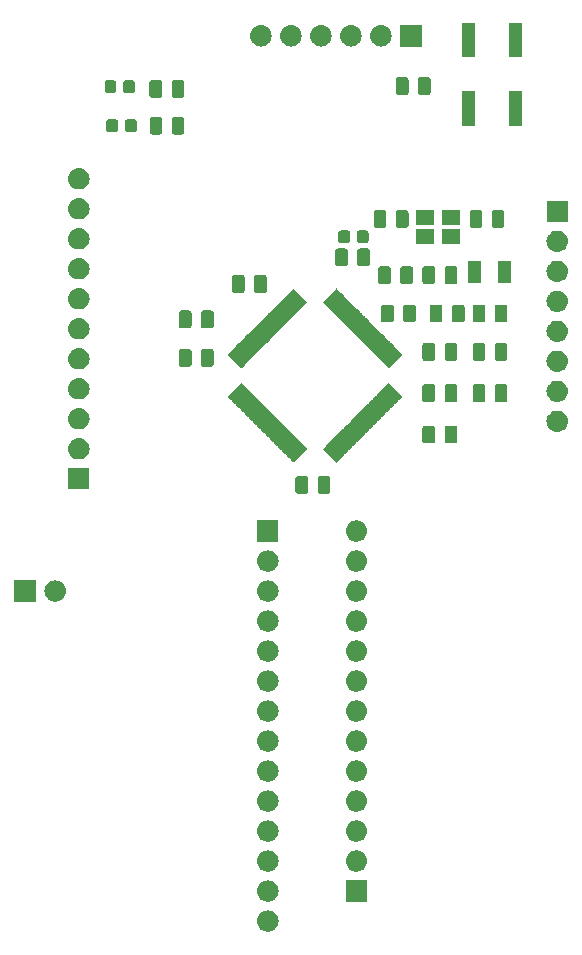
<source format=gbr>
G04 #@! TF.GenerationSoftware,KiCad,Pcbnew,5.1.2*
G04 #@! TF.CreationDate,2019-05-17T11:59:17-05:00*
G04 #@! TF.ProjectId,STM32F411Minimal,53544d33-3246-4343-9131-4d696e696d61,rev?*
G04 #@! TF.SameCoordinates,Original*
G04 #@! TF.FileFunction,Soldermask,Top*
G04 #@! TF.FilePolarity,Negative*
%FSLAX46Y46*%
G04 Gerber Fmt 4.6, Leading zero omitted, Abs format (unit mm)*
G04 Created by KiCad (PCBNEW 5.1.2) date 2019-05-17 11:59:17*
%MOMM*%
%LPD*%
G04 APERTURE LIST*
%ADD10C,0.100000*%
G04 APERTURE END LIST*
D10*
G36*
X132110443Y-155545519D02*
G01*
X132176627Y-155552037D01*
X132346466Y-155603557D01*
X132502991Y-155687222D01*
X132538729Y-155716552D01*
X132640186Y-155799814D01*
X132723448Y-155901271D01*
X132752778Y-155937009D01*
X132836443Y-156093534D01*
X132887963Y-156263373D01*
X132905359Y-156440000D01*
X132887963Y-156616627D01*
X132836443Y-156786466D01*
X132752778Y-156942991D01*
X132723448Y-156978729D01*
X132640186Y-157080186D01*
X132538729Y-157163448D01*
X132502991Y-157192778D01*
X132346466Y-157276443D01*
X132176627Y-157327963D01*
X132110443Y-157334481D01*
X132044260Y-157341000D01*
X131955740Y-157341000D01*
X131889557Y-157334481D01*
X131823373Y-157327963D01*
X131653534Y-157276443D01*
X131497009Y-157192778D01*
X131461271Y-157163448D01*
X131359814Y-157080186D01*
X131276552Y-156978729D01*
X131247222Y-156942991D01*
X131163557Y-156786466D01*
X131112037Y-156616627D01*
X131094641Y-156440000D01*
X131112037Y-156263373D01*
X131163557Y-156093534D01*
X131247222Y-155937009D01*
X131276552Y-155901271D01*
X131359814Y-155799814D01*
X131461271Y-155716552D01*
X131497009Y-155687222D01*
X131653534Y-155603557D01*
X131823373Y-155552037D01*
X131889557Y-155545519D01*
X131955740Y-155539000D01*
X132044260Y-155539000D01*
X132110443Y-155545519D01*
X132110443Y-155545519D01*
G37*
G36*
X140401000Y-154801000D02*
G01*
X138599000Y-154801000D01*
X138599000Y-152999000D01*
X140401000Y-152999000D01*
X140401000Y-154801000D01*
X140401000Y-154801000D01*
G37*
G36*
X132110443Y-153005519D02*
G01*
X132176627Y-153012037D01*
X132346466Y-153063557D01*
X132502991Y-153147222D01*
X132538729Y-153176552D01*
X132640186Y-153259814D01*
X132723448Y-153361271D01*
X132752778Y-153397009D01*
X132836443Y-153553534D01*
X132887963Y-153723373D01*
X132905359Y-153900000D01*
X132887963Y-154076627D01*
X132836443Y-154246466D01*
X132752778Y-154402991D01*
X132723448Y-154438729D01*
X132640186Y-154540186D01*
X132538729Y-154623448D01*
X132502991Y-154652778D01*
X132346466Y-154736443D01*
X132176627Y-154787963D01*
X132110443Y-154794481D01*
X132044260Y-154801000D01*
X131955740Y-154801000D01*
X131889557Y-154794481D01*
X131823373Y-154787963D01*
X131653534Y-154736443D01*
X131497009Y-154652778D01*
X131461271Y-154623448D01*
X131359814Y-154540186D01*
X131276552Y-154438729D01*
X131247222Y-154402991D01*
X131163557Y-154246466D01*
X131112037Y-154076627D01*
X131094641Y-153900000D01*
X131112037Y-153723373D01*
X131163557Y-153553534D01*
X131247222Y-153397009D01*
X131276552Y-153361271D01*
X131359814Y-153259814D01*
X131461271Y-153176552D01*
X131497009Y-153147222D01*
X131653534Y-153063557D01*
X131823373Y-153012037D01*
X131889557Y-153005519D01*
X131955740Y-152999000D01*
X132044260Y-152999000D01*
X132110443Y-153005519D01*
X132110443Y-153005519D01*
G37*
G36*
X139610442Y-150465518D02*
G01*
X139676627Y-150472037D01*
X139846466Y-150523557D01*
X140002991Y-150607222D01*
X140038729Y-150636552D01*
X140140186Y-150719814D01*
X140223448Y-150821271D01*
X140252778Y-150857009D01*
X140336443Y-151013534D01*
X140387963Y-151183373D01*
X140405359Y-151360000D01*
X140387963Y-151536627D01*
X140336443Y-151706466D01*
X140252778Y-151862991D01*
X140223448Y-151898729D01*
X140140186Y-152000186D01*
X140038729Y-152083448D01*
X140002991Y-152112778D01*
X139846466Y-152196443D01*
X139676627Y-152247963D01*
X139610442Y-152254482D01*
X139544260Y-152261000D01*
X139455740Y-152261000D01*
X139389558Y-152254482D01*
X139323373Y-152247963D01*
X139153534Y-152196443D01*
X138997009Y-152112778D01*
X138961271Y-152083448D01*
X138859814Y-152000186D01*
X138776552Y-151898729D01*
X138747222Y-151862991D01*
X138663557Y-151706466D01*
X138612037Y-151536627D01*
X138594641Y-151360000D01*
X138612037Y-151183373D01*
X138663557Y-151013534D01*
X138747222Y-150857009D01*
X138776552Y-150821271D01*
X138859814Y-150719814D01*
X138961271Y-150636552D01*
X138997009Y-150607222D01*
X139153534Y-150523557D01*
X139323373Y-150472037D01*
X139389558Y-150465518D01*
X139455740Y-150459000D01*
X139544260Y-150459000D01*
X139610442Y-150465518D01*
X139610442Y-150465518D01*
G37*
G36*
X132110442Y-150465518D02*
G01*
X132176627Y-150472037D01*
X132346466Y-150523557D01*
X132502991Y-150607222D01*
X132538729Y-150636552D01*
X132640186Y-150719814D01*
X132723448Y-150821271D01*
X132752778Y-150857009D01*
X132836443Y-151013534D01*
X132887963Y-151183373D01*
X132905359Y-151360000D01*
X132887963Y-151536627D01*
X132836443Y-151706466D01*
X132752778Y-151862991D01*
X132723448Y-151898729D01*
X132640186Y-152000186D01*
X132538729Y-152083448D01*
X132502991Y-152112778D01*
X132346466Y-152196443D01*
X132176627Y-152247963D01*
X132110442Y-152254482D01*
X132044260Y-152261000D01*
X131955740Y-152261000D01*
X131889558Y-152254482D01*
X131823373Y-152247963D01*
X131653534Y-152196443D01*
X131497009Y-152112778D01*
X131461271Y-152083448D01*
X131359814Y-152000186D01*
X131276552Y-151898729D01*
X131247222Y-151862991D01*
X131163557Y-151706466D01*
X131112037Y-151536627D01*
X131094641Y-151360000D01*
X131112037Y-151183373D01*
X131163557Y-151013534D01*
X131247222Y-150857009D01*
X131276552Y-150821271D01*
X131359814Y-150719814D01*
X131461271Y-150636552D01*
X131497009Y-150607222D01*
X131653534Y-150523557D01*
X131823373Y-150472037D01*
X131889558Y-150465518D01*
X131955740Y-150459000D01*
X132044260Y-150459000D01*
X132110442Y-150465518D01*
X132110442Y-150465518D01*
G37*
G36*
X132110442Y-147925518D02*
G01*
X132176627Y-147932037D01*
X132346466Y-147983557D01*
X132502991Y-148067222D01*
X132538729Y-148096552D01*
X132640186Y-148179814D01*
X132723448Y-148281271D01*
X132752778Y-148317009D01*
X132836443Y-148473534D01*
X132887963Y-148643373D01*
X132905359Y-148820000D01*
X132887963Y-148996627D01*
X132836443Y-149166466D01*
X132752778Y-149322991D01*
X132723448Y-149358729D01*
X132640186Y-149460186D01*
X132538729Y-149543448D01*
X132502991Y-149572778D01*
X132346466Y-149656443D01*
X132176627Y-149707963D01*
X132110442Y-149714482D01*
X132044260Y-149721000D01*
X131955740Y-149721000D01*
X131889558Y-149714482D01*
X131823373Y-149707963D01*
X131653534Y-149656443D01*
X131497009Y-149572778D01*
X131461271Y-149543448D01*
X131359814Y-149460186D01*
X131276552Y-149358729D01*
X131247222Y-149322991D01*
X131163557Y-149166466D01*
X131112037Y-148996627D01*
X131094641Y-148820000D01*
X131112037Y-148643373D01*
X131163557Y-148473534D01*
X131247222Y-148317009D01*
X131276552Y-148281271D01*
X131359814Y-148179814D01*
X131461271Y-148096552D01*
X131497009Y-148067222D01*
X131653534Y-147983557D01*
X131823373Y-147932037D01*
X131889558Y-147925518D01*
X131955740Y-147919000D01*
X132044260Y-147919000D01*
X132110442Y-147925518D01*
X132110442Y-147925518D01*
G37*
G36*
X139610442Y-147925518D02*
G01*
X139676627Y-147932037D01*
X139846466Y-147983557D01*
X140002991Y-148067222D01*
X140038729Y-148096552D01*
X140140186Y-148179814D01*
X140223448Y-148281271D01*
X140252778Y-148317009D01*
X140336443Y-148473534D01*
X140387963Y-148643373D01*
X140405359Y-148820000D01*
X140387963Y-148996627D01*
X140336443Y-149166466D01*
X140252778Y-149322991D01*
X140223448Y-149358729D01*
X140140186Y-149460186D01*
X140038729Y-149543448D01*
X140002991Y-149572778D01*
X139846466Y-149656443D01*
X139676627Y-149707963D01*
X139610442Y-149714482D01*
X139544260Y-149721000D01*
X139455740Y-149721000D01*
X139389558Y-149714482D01*
X139323373Y-149707963D01*
X139153534Y-149656443D01*
X138997009Y-149572778D01*
X138961271Y-149543448D01*
X138859814Y-149460186D01*
X138776552Y-149358729D01*
X138747222Y-149322991D01*
X138663557Y-149166466D01*
X138612037Y-148996627D01*
X138594641Y-148820000D01*
X138612037Y-148643373D01*
X138663557Y-148473534D01*
X138747222Y-148317009D01*
X138776552Y-148281271D01*
X138859814Y-148179814D01*
X138961271Y-148096552D01*
X138997009Y-148067222D01*
X139153534Y-147983557D01*
X139323373Y-147932037D01*
X139389558Y-147925518D01*
X139455740Y-147919000D01*
X139544260Y-147919000D01*
X139610442Y-147925518D01*
X139610442Y-147925518D01*
G37*
G36*
X139610443Y-145385519D02*
G01*
X139676627Y-145392037D01*
X139846466Y-145443557D01*
X140002991Y-145527222D01*
X140038729Y-145556552D01*
X140140186Y-145639814D01*
X140223448Y-145741271D01*
X140252778Y-145777009D01*
X140336443Y-145933534D01*
X140387963Y-146103373D01*
X140405359Y-146280000D01*
X140387963Y-146456627D01*
X140336443Y-146626466D01*
X140252778Y-146782991D01*
X140223448Y-146818729D01*
X140140186Y-146920186D01*
X140038729Y-147003448D01*
X140002991Y-147032778D01*
X139846466Y-147116443D01*
X139676627Y-147167963D01*
X139610443Y-147174481D01*
X139544260Y-147181000D01*
X139455740Y-147181000D01*
X139389557Y-147174481D01*
X139323373Y-147167963D01*
X139153534Y-147116443D01*
X138997009Y-147032778D01*
X138961271Y-147003448D01*
X138859814Y-146920186D01*
X138776552Y-146818729D01*
X138747222Y-146782991D01*
X138663557Y-146626466D01*
X138612037Y-146456627D01*
X138594641Y-146280000D01*
X138612037Y-146103373D01*
X138663557Y-145933534D01*
X138747222Y-145777009D01*
X138776552Y-145741271D01*
X138859814Y-145639814D01*
X138961271Y-145556552D01*
X138997009Y-145527222D01*
X139153534Y-145443557D01*
X139323373Y-145392037D01*
X139389557Y-145385519D01*
X139455740Y-145379000D01*
X139544260Y-145379000D01*
X139610443Y-145385519D01*
X139610443Y-145385519D01*
G37*
G36*
X132110443Y-145385519D02*
G01*
X132176627Y-145392037D01*
X132346466Y-145443557D01*
X132502991Y-145527222D01*
X132538729Y-145556552D01*
X132640186Y-145639814D01*
X132723448Y-145741271D01*
X132752778Y-145777009D01*
X132836443Y-145933534D01*
X132887963Y-146103373D01*
X132905359Y-146280000D01*
X132887963Y-146456627D01*
X132836443Y-146626466D01*
X132752778Y-146782991D01*
X132723448Y-146818729D01*
X132640186Y-146920186D01*
X132538729Y-147003448D01*
X132502991Y-147032778D01*
X132346466Y-147116443D01*
X132176627Y-147167963D01*
X132110443Y-147174481D01*
X132044260Y-147181000D01*
X131955740Y-147181000D01*
X131889557Y-147174481D01*
X131823373Y-147167963D01*
X131653534Y-147116443D01*
X131497009Y-147032778D01*
X131461271Y-147003448D01*
X131359814Y-146920186D01*
X131276552Y-146818729D01*
X131247222Y-146782991D01*
X131163557Y-146626466D01*
X131112037Y-146456627D01*
X131094641Y-146280000D01*
X131112037Y-146103373D01*
X131163557Y-145933534D01*
X131247222Y-145777009D01*
X131276552Y-145741271D01*
X131359814Y-145639814D01*
X131461271Y-145556552D01*
X131497009Y-145527222D01*
X131653534Y-145443557D01*
X131823373Y-145392037D01*
X131889557Y-145385519D01*
X131955740Y-145379000D01*
X132044260Y-145379000D01*
X132110443Y-145385519D01*
X132110443Y-145385519D01*
G37*
G36*
X132110442Y-142845518D02*
G01*
X132176627Y-142852037D01*
X132346466Y-142903557D01*
X132502991Y-142987222D01*
X132538729Y-143016552D01*
X132640186Y-143099814D01*
X132723448Y-143201271D01*
X132752778Y-143237009D01*
X132836443Y-143393534D01*
X132887963Y-143563373D01*
X132905359Y-143740000D01*
X132887963Y-143916627D01*
X132836443Y-144086466D01*
X132752778Y-144242991D01*
X132723448Y-144278729D01*
X132640186Y-144380186D01*
X132538729Y-144463448D01*
X132502991Y-144492778D01*
X132346466Y-144576443D01*
X132176627Y-144627963D01*
X132110442Y-144634482D01*
X132044260Y-144641000D01*
X131955740Y-144641000D01*
X131889558Y-144634482D01*
X131823373Y-144627963D01*
X131653534Y-144576443D01*
X131497009Y-144492778D01*
X131461271Y-144463448D01*
X131359814Y-144380186D01*
X131276552Y-144278729D01*
X131247222Y-144242991D01*
X131163557Y-144086466D01*
X131112037Y-143916627D01*
X131094641Y-143740000D01*
X131112037Y-143563373D01*
X131163557Y-143393534D01*
X131247222Y-143237009D01*
X131276552Y-143201271D01*
X131359814Y-143099814D01*
X131461271Y-143016552D01*
X131497009Y-142987222D01*
X131653534Y-142903557D01*
X131823373Y-142852037D01*
X131889558Y-142845518D01*
X131955740Y-142839000D01*
X132044260Y-142839000D01*
X132110442Y-142845518D01*
X132110442Y-142845518D01*
G37*
G36*
X139610442Y-142845518D02*
G01*
X139676627Y-142852037D01*
X139846466Y-142903557D01*
X140002991Y-142987222D01*
X140038729Y-143016552D01*
X140140186Y-143099814D01*
X140223448Y-143201271D01*
X140252778Y-143237009D01*
X140336443Y-143393534D01*
X140387963Y-143563373D01*
X140405359Y-143740000D01*
X140387963Y-143916627D01*
X140336443Y-144086466D01*
X140252778Y-144242991D01*
X140223448Y-144278729D01*
X140140186Y-144380186D01*
X140038729Y-144463448D01*
X140002991Y-144492778D01*
X139846466Y-144576443D01*
X139676627Y-144627963D01*
X139610442Y-144634482D01*
X139544260Y-144641000D01*
X139455740Y-144641000D01*
X139389558Y-144634482D01*
X139323373Y-144627963D01*
X139153534Y-144576443D01*
X138997009Y-144492778D01*
X138961271Y-144463448D01*
X138859814Y-144380186D01*
X138776552Y-144278729D01*
X138747222Y-144242991D01*
X138663557Y-144086466D01*
X138612037Y-143916627D01*
X138594641Y-143740000D01*
X138612037Y-143563373D01*
X138663557Y-143393534D01*
X138747222Y-143237009D01*
X138776552Y-143201271D01*
X138859814Y-143099814D01*
X138961271Y-143016552D01*
X138997009Y-142987222D01*
X139153534Y-142903557D01*
X139323373Y-142852037D01*
X139389558Y-142845518D01*
X139455740Y-142839000D01*
X139544260Y-142839000D01*
X139610442Y-142845518D01*
X139610442Y-142845518D01*
G37*
G36*
X132110442Y-140305518D02*
G01*
X132176627Y-140312037D01*
X132346466Y-140363557D01*
X132502991Y-140447222D01*
X132538729Y-140476552D01*
X132640186Y-140559814D01*
X132723448Y-140661271D01*
X132752778Y-140697009D01*
X132836443Y-140853534D01*
X132887963Y-141023373D01*
X132905359Y-141200000D01*
X132887963Y-141376627D01*
X132836443Y-141546466D01*
X132752778Y-141702991D01*
X132723448Y-141738729D01*
X132640186Y-141840186D01*
X132538729Y-141923448D01*
X132502991Y-141952778D01*
X132346466Y-142036443D01*
X132176627Y-142087963D01*
X132110442Y-142094482D01*
X132044260Y-142101000D01*
X131955740Y-142101000D01*
X131889558Y-142094482D01*
X131823373Y-142087963D01*
X131653534Y-142036443D01*
X131497009Y-141952778D01*
X131461271Y-141923448D01*
X131359814Y-141840186D01*
X131276552Y-141738729D01*
X131247222Y-141702991D01*
X131163557Y-141546466D01*
X131112037Y-141376627D01*
X131094641Y-141200000D01*
X131112037Y-141023373D01*
X131163557Y-140853534D01*
X131247222Y-140697009D01*
X131276552Y-140661271D01*
X131359814Y-140559814D01*
X131461271Y-140476552D01*
X131497009Y-140447222D01*
X131653534Y-140363557D01*
X131823373Y-140312037D01*
X131889558Y-140305518D01*
X131955740Y-140299000D01*
X132044260Y-140299000D01*
X132110442Y-140305518D01*
X132110442Y-140305518D01*
G37*
G36*
X139610442Y-140305518D02*
G01*
X139676627Y-140312037D01*
X139846466Y-140363557D01*
X140002991Y-140447222D01*
X140038729Y-140476552D01*
X140140186Y-140559814D01*
X140223448Y-140661271D01*
X140252778Y-140697009D01*
X140336443Y-140853534D01*
X140387963Y-141023373D01*
X140405359Y-141200000D01*
X140387963Y-141376627D01*
X140336443Y-141546466D01*
X140252778Y-141702991D01*
X140223448Y-141738729D01*
X140140186Y-141840186D01*
X140038729Y-141923448D01*
X140002991Y-141952778D01*
X139846466Y-142036443D01*
X139676627Y-142087963D01*
X139610442Y-142094482D01*
X139544260Y-142101000D01*
X139455740Y-142101000D01*
X139389558Y-142094482D01*
X139323373Y-142087963D01*
X139153534Y-142036443D01*
X138997009Y-141952778D01*
X138961271Y-141923448D01*
X138859814Y-141840186D01*
X138776552Y-141738729D01*
X138747222Y-141702991D01*
X138663557Y-141546466D01*
X138612037Y-141376627D01*
X138594641Y-141200000D01*
X138612037Y-141023373D01*
X138663557Y-140853534D01*
X138747222Y-140697009D01*
X138776552Y-140661271D01*
X138859814Y-140559814D01*
X138961271Y-140476552D01*
X138997009Y-140447222D01*
X139153534Y-140363557D01*
X139323373Y-140312037D01*
X139389558Y-140305518D01*
X139455740Y-140299000D01*
X139544260Y-140299000D01*
X139610442Y-140305518D01*
X139610442Y-140305518D01*
G37*
G36*
X132110443Y-137765519D02*
G01*
X132176627Y-137772037D01*
X132346466Y-137823557D01*
X132502991Y-137907222D01*
X132538729Y-137936552D01*
X132640186Y-138019814D01*
X132723448Y-138121271D01*
X132752778Y-138157009D01*
X132836443Y-138313534D01*
X132887963Y-138483373D01*
X132905359Y-138660000D01*
X132887963Y-138836627D01*
X132836443Y-139006466D01*
X132752778Y-139162991D01*
X132723448Y-139198729D01*
X132640186Y-139300186D01*
X132538729Y-139383448D01*
X132502991Y-139412778D01*
X132346466Y-139496443D01*
X132176627Y-139547963D01*
X132110443Y-139554481D01*
X132044260Y-139561000D01*
X131955740Y-139561000D01*
X131889557Y-139554481D01*
X131823373Y-139547963D01*
X131653534Y-139496443D01*
X131497009Y-139412778D01*
X131461271Y-139383448D01*
X131359814Y-139300186D01*
X131276552Y-139198729D01*
X131247222Y-139162991D01*
X131163557Y-139006466D01*
X131112037Y-138836627D01*
X131094641Y-138660000D01*
X131112037Y-138483373D01*
X131163557Y-138313534D01*
X131247222Y-138157009D01*
X131276552Y-138121271D01*
X131359814Y-138019814D01*
X131461271Y-137936552D01*
X131497009Y-137907222D01*
X131653534Y-137823557D01*
X131823373Y-137772037D01*
X131889557Y-137765519D01*
X131955740Y-137759000D01*
X132044260Y-137759000D01*
X132110443Y-137765519D01*
X132110443Y-137765519D01*
G37*
G36*
X139610443Y-137765519D02*
G01*
X139676627Y-137772037D01*
X139846466Y-137823557D01*
X140002991Y-137907222D01*
X140038729Y-137936552D01*
X140140186Y-138019814D01*
X140223448Y-138121271D01*
X140252778Y-138157009D01*
X140336443Y-138313534D01*
X140387963Y-138483373D01*
X140405359Y-138660000D01*
X140387963Y-138836627D01*
X140336443Y-139006466D01*
X140252778Y-139162991D01*
X140223448Y-139198729D01*
X140140186Y-139300186D01*
X140038729Y-139383448D01*
X140002991Y-139412778D01*
X139846466Y-139496443D01*
X139676627Y-139547963D01*
X139610443Y-139554481D01*
X139544260Y-139561000D01*
X139455740Y-139561000D01*
X139389557Y-139554481D01*
X139323373Y-139547963D01*
X139153534Y-139496443D01*
X138997009Y-139412778D01*
X138961271Y-139383448D01*
X138859814Y-139300186D01*
X138776552Y-139198729D01*
X138747222Y-139162991D01*
X138663557Y-139006466D01*
X138612037Y-138836627D01*
X138594641Y-138660000D01*
X138612037Y-138483373D01*
X138663557Y-138313534D01*
X138747222Y-138157009D01*
X138776552Y-138121271D01*
X138859814Y-138019814D01*
X138961271Y-137936552D01*
X138997009Y-137907222D01*
X139153534Y-137823557D01*
X139323373Y-137772037D01*
X139389557Y-137765519D01*
X139455740Y-137759000D01*
X139544260Y-137759000D01*
X139610443Y-137765519D01*
X139610443Y-137765519D01*
G37*
G36*
X132110443Y-135225519D02*
G01*
X132176627Y-135232037D01*
X132346466Y-135283557D01*
X132502991Y-135367222D01*
X132538729Y-135396552D01*
X132640186Y-135479814D01*
X132723448Y-135581271D01*
X132752778Y-135617009D01*
X132836443Y-135773534D01*
X132887963Y-135943373D01*
X132905359Y-136120000D01*
X132887963Y-136296627D01*
X132836443Y-136466466D01*
X132752778Y-136622991D01*
X132723448Y-136658729D01*
X132640186Y-136760186D01*
X132538729Y-136843448D01*
X132502991Y-136872778D01*
X132346466Y-136956443D01*
X132176627Y-137007963D01*
X132110442Y-137014482D01*
X132044260Y-137021000D01*
X131955740Y-137021000D01*
X131889558Y-137014482D01*
X131823373Y-137007963D01*
X131653534Y-136956443D01*
X131497009Y-136872778D01*
X131461271Y-136843448D01*
X131359814Y-136760186D01*
X131276552Y-136658729D01*
X131247222Y-136622991D01*
X131163557Y-136466466D01*
X131112037Y-136296627D01*
X131094641Y-136120000D01*
X131112037Y-135943373D01*
X131163557Y-135773534D01*
X131247222Y-135617009D01*
X131276552Y-135581271D01*
X131359814Y-135479814D01*
X131461271Y-135396552D01*
X131497009Y-135367222D01*
X131653534Y-135283557D01*
X131823373Y-135232037D01*
X131889557Y-135225519D01*
X131955740Y-135219000D01*
X132044260Y-135219000D01*
X132110443Y-135225519D01*
X132110443Y-135225519D01*
G37*
G36*
X139610443Y-135225519D02*
G01*
X139676627Y-135232037D01*
X139846466Y-135283557D01*
X140002991Y-135367222D01*
X140038729Y-135396552D01*
X140140186Y-135479814D01*
X140223448Y-135581271D01*
X140252778Y-135617009D01*
X140336443Y-135773534D01*
X140387963Y-135943373D01*
X140405359Y-136120000D01*
X140387963Y-136296627D01*
X140336443Y-136466466D01*
X140252778Y-136622991D01*
X140223448Y-136658729D01*
X140140186Y-136760186D01*
X140038729Y-136843448D01*
X140002991Y-136872778D01*
X139846466Y-136956443D01*
X139676627Y-137007963D01*
X139610442Y-137014482D01*
X139544260Y-137021000D01*
X139455740Y-137021000D01*
X139389558Y-137014482D01*
X139323373Y-137007963D01*
X139153534Y-136956443D01*
X138997009Y-136872778D01*
X138961271Y-136843448D01*
X138859814Y-136760186D01*
X138776552Y-136658729D01*
X138747222Y-136622991D01*
X138663557Y-136466466D01*
X138612037Y-136296627D01*
X138594641Y-136120000D01*
X138612037Y-135943373D01*
X138663557Y-135773534D01*
X138747222Y-135617009D01*
X138776552Y-135581271D01*
X138859814Y-135479814D01*
X138961271Y-135396552D01*
X138997009Y-135367222D01*
X139153534Y-135283557D01*
X139323373Y-135232037D01*
X139389557Y-135225519D01*
X139455740Y-135219000D01*
X139544260Y-135219000D01*
X139610443Y-135225519D01*
X139610443Y-135225519D01*
G37*
G36*
X132110443Y-132685519D02*
G01*
X132176627Y-132692037D01*
X132346466Y-132743557D01*
X132502991Y-132827222D01*
X132538729Y-132856552D01*
X132640186Y-132939814D01*
X132723448Y-133041271D01*
X132752778Y-133077009D01*
X132836443Y-133233534D01*
X132887963Y-133403373D01*
X132905359Y-133580000D01*
X132887963Y-133756627D01*
X132836443Y-133926466D01*
X132752778Y-134082991D01*
X132723448Y-134118729D01*
X132640186Y-134220186D01*
X132538729Y-134303448D01*
X132502991Y-134332778D01*
X132346466Y-134416443D01*
X132176627Y-134467963D01*
X132110443Y-134474481D01*
X132044260Y-134481000D01*
X131955740Y-134481000D01*
X131889557Y-134474481D01*
X131823373Y-134467963D01*
X131653534Y-134416443D01*
X131497009Y-134332778D01*
X131461271Y-134303448D01*
X131359814Y-134220186D01*
X131276552Y-134118729D01*
X131247222Y-134082991D01*
X131163557Y-133926466D01*
X131112037Y-133756627D01*
X131094641Y-133580000D01*
X131112037Y-133403373D01*
X131163557Y-133233534D01*
X131247222Y-133077009D01*
X131276552Y-133041271D01*
X131359814Y-132939814D01*
X131461271Y-132856552D01*
X131497009Y-132827222D01*
X131653534Y-132743557D01*
X131823373Y-132692037D01*
X131889557Y-132685519D01*
X131955740Y-132679000D01*
X132044260Y-132679000D01*
X132110443Y-132685519D01*
X132110443Y-132685519D01*
G37*
G36*
X139610443Y-132685519D02*
G01*
X139676627Y-132692037D01*
X139846466Y-132743557D01*
X140002991Y-132827222D01*
X140038729Y-132856552D01*
X140140186Y-132939814D01*
X140223448Y-133041271D01*
X140252778Y-133077009D01*
X140336443Y-133233534D01*
X140387963Y-133403373D01*
X140405359Y-133580000D01*
X140387963Y-133756627D01*
X140336443Y-133926466D01*
X140252778Y-134082991D01*
X140223448Y-134118729D01*
X140140186Y-134220186D01*
X140038729Y-134303448D01*
X140002991Y-134332778D01*
X139846466Y-134416443D01*
X139676627Y-134467963D01*
X139610443Y-134474481D01*
X139544260Y-134481000D01*
X139455740Y-134481000D01*
X139389557Y-134474481D01*
X139323373Y-134467963D01*
X139153534Y-134416443D01*
X138997009Y-134332778D01*
X138961271Y-134303448D01*
X138859814Y-134220186D01*
X138776552Y-134118729D01*
X138747222Y-134082991D01*
X138663557Y-133926466D01*
X138612037Y-133756627D01*
X138594641Y-133580000D01*
X138612037Y-133403373D01*
X138663557Y-133233534D01*
X138747222Y-133077009D01*
X138776552Y-133041271D01*
X138859814Y-132939814D01*
X138961271Y-132856552D01*
X138997009Y-132827222D01*
X139153534Y-132743557D01*
X139323373Y-132692037D01*
X139389557Y-132685519D01*
X139455740Y-132679000D01*
X139544260Y-132679000D01*
X139610443Y-132685519D01*
X139610443Y-132685519D01*
G37*
G36*
X139610442Y-130145518D02*
G01*
X139676627Y-130152037D01*
X139846466Y-130203557D01*
X140002991Y-130287222D01*
X140038729Y-130316552D01*
X140140186Y-130399814D01*
X140223448Y-130501271D01*
X140252778Y-130537009D01*
X140336443Y-130693534D01*
X140387963Y-130863373D01*
X140405359Y-131040000D01*
X140387963Y-131216627D01*
X140336443Y-131386466D01*
X140252778Y-131542991D01*
X140223448Y-131578729D01*
X140140186Y-131680186D01*
X140038729Y-131763448D01*
X140002991Y-131792778D01*
X139846466Y-131876443D01*
X139676627Y-131927963D01*
X139610443Y-131934481D01*
X139544260Y-131941000D01*
X139455740Y-131941000D01*
X139389557Y-131934481D01*
X139323373Y-131927963D01*
X139153534Y-131876443D01*
X138997009Y-131792778D01*
X138961271Y-131763448D01*
X138859814Y-131680186D01*
X138776552Y-131578729D01*
X138747222Y-131542991D01*
X138663557Y-131386466D01*
X138612037Y-131216627D01*
X138594641Y-131040000D01*
X138612037Y-130863373D01*
X138663557Y-130693534D01*
X138747222Y-130537009D01*
X138776552Y-130501271D01*
X138859814Y-130399814D01*
X138961271Y-130316552D01*
X138997009Y-130287222D01*
X139153534Y-130203557D01*
X139323373Y-130152037D01*
X139389558Y-130145518D01*
X139455740Y-130139000D01*
X139544260Y-130139000D01*
X139610442Y-130145518D01*
X139610442Y-130145518D01*
G37*
G36*
X132110442Y-130145518D02*
G01*
X132176627Y-130152037D01*
X132346466Y-130203557D01*
X132502991Y-130287222D01*
X132538729Y-130316552D01*
X132640186Y-130399814D01*
X132723448Y-130501271D01*
X132752778Y-130537009D01*
X132836443Y-130693534D01*
X132887963Y-130863373D01*
X132905359Y-131040000D01*
X132887963Y-131216627D01*
X132836443Y-131386466D01*
X132752778Y-131542991D01*
X132723448Y-131578729D01*
X132640186Y-131680186D01*
X132538729Y-131763448D01*
X132502991Y-131792778D01*
X132346466Y-131876443D01*
X132176627Y-131927963D01*
X132110443Y-131934481D01*
X132044260Y-131941000D01*
X131955740Y-131941000D01*
X131889557Y-131934481D01*
X131823373Y-131927963D01*
X131653534Y-131876443D01*
X131497009Y-131792778D01*
X131461271Y-131763448D01*
X131359814Y-131680186D01*
X131276552Y-131578729D01*
X131247222Y-131542991D01*
X131163557Y-131386466D01*
X131112037Y-131216627D01*
X131094641Y-131040000D01*
X131112037Y-130863373D01*
X131163557Y-130693534D01*
X131247222Y-130537009D01*
X131276552Y-130501271D01*
X131359814Y-130399814D01*
X131461271Y-130316552D01*
X131497009Y-130287222D01*
X131653534Y-130203557D01*
X131823373Y-130152037D01*
X131889558Y-130145518D01*
X131955740Y-130139000D01*
X132044260Y-130139000D01*
X132110442Y-130145518D01*
X132110442Y-130145518D01*
G37*
G36*
X114100442Y-127605518D02*
G01*
X114166627Y-127612037D01*
X114336466Y-127663557D01*
X114492991Y-127747222D01*
X114528729Y-127776552D01*
X114630186Y-127859814D01*
X114713448Y-127961271D01*
X114742778Y-127997009D01*
X114826443Y-128153534D01*
X114877963Y-128323373D01*
X114895359Y-128500000D01*
X114877963Y-128676627D01*
X114826443Y-128846466D01*
X114742778Y-129002991D01*
X114713448Y-129038729D01*
X114630186Y-129140186D01*
X114528729Y-129223448D01*
X114492991Y-129252778D01*
X114336466Y-129336443D01*
X114166627Y-129387963D01*
X114100442Y-129394482D01*
X114034260Y-129401000D01*
X113945740Y-129401000D01*
X113879558Y-129394482D01*
X113813373Y-129387963D01*
X113643534Y-129336443D01*
X113487009Y-129252778D01*
X113451271Y-129223448D01*
X113349814Y-129140186D01*
X113266552Y-129038729D01*
X113237222Y-129002991D01*
X113153557Y-128846466D01*
X113102037Y-128676627D01*
X113084641Y-128500000D01*
X113102037Y-128323373D01*
X113153557Y-128153534D01*
X113237222Y-127997009D01*
X113266552Y-127961271D01*
X113349814Y-127859814D01*
X113451271Y-127776552D01*
X113487009Y-127747222D01*
X113643534Y-127663557D01*
X113813373Y-127612037D01*
X113879558Y-127605518D01*
X113945740Y-127599000D01*
X114034260Y-127599000D01*
X114100442Y-127605518D01*
X114100442Y-127605518D01*
G37*
G36*
X132110442Y-127605518D02*
G01*
X132176627Y-127612037D01*
X132346466Y-127663557D01*
X132502991Y-127747222D01*
X132538729Y-127776552D01*
X132640186Y-127859814D01*
X132723448Y-127961271D01*
X132752778Y-127997009D01*
X132836443Y-128153534D01*
X132887963Y-128323373D01*
X132905359Y-128500000D01*
X132887963Y-128676627D01*
X132836443Y-128846466D01*
X132752778Y-129002991D01*
X132723448Y-129038729D01*
X132640186Y-129140186D01*
X132538729Y-129223448D01*
X132502991Y-129252778D01*
X132346466Y-129336443D01*
X132176627Y-129387963D01*
X132110442Y-129394482D01*
X132044260Y-129401000D01*
X131955740Y-129401000D01*
X131889558Y-129394482D01*
X131823373Y-129387963D01*
X131653534Y-129336443D01*
X131497009Y-129252778D01*
X131461271Y-129223448D01*
X131359814Y-129140186D01*
X131276552Y-129038729D01*
X131247222Y-129002991D01*
X131163557Y-128846466D01*
X131112037Y-128676627D01*
X131094641Y-128500000D01*
X131112037Y-128323373D01*
X131163557Y-128153534D01*
X131247222Y-127997009D01*
X131276552Y-127961271D01*
X131359814Y-127859814D01*
X131461271Y-127776552D01*
X131497009Y-127747222D01*
X131653534Y-127663557D01*
X131823373Y-127612037D01*
X131889558Y-127605518D01*
X131955740Y-127599000D01*
X132044260Y-127599000D01*
X132110442Y-127605518D01*
X132110442Y-127605518D01*
G37*
G36*
X139610442Y-127605518D02*
G01*
X139676627Y-127612037D01*
X139846466Y-127663557D01*
X140002991Y-127747222D01*
X140038729Y-127776552D01*
X140140186Y-127859814D01*
X140223448Y-127961271D01*
X140252778Y-127997009D01*
X140336443Y-128153534D01*
X140387963Y-128323373D01*
X140405359Y-128500000D01*
X140387963Y-128676627D01*
X140336443Y-128846466D01*
X140252778Y-129002991D01*
X140223448Y-129038729D01*
X140140186Y-129140186D01*
X140038729Y-129223448D01*
X140002991Y-129252778D01*
X139846466Y-129336443D01*
X139676627Y-129387963D01*
X139610442Y-129394482D01*
X139544260Y-129401000D01*
X139455740Y-129401000D01*
X139389558Y-129394482D01*
X139323373Y-129387963D01*
X139153534Y-129336443D01*
X138997009Y-129252778D01*
X138961271Y-129223448D01*
X138859814Y-129140186D01*
X138776552Y-129038729D01*
X138747222Y-129002991D01*
X138663557Y-128846466D01*
X138612037Y-128676627D01*
X138594641Y-128500000D01*
X138612037Y-128323373D01*
X138663557Y-128153534D01*
X138747222Y-127997009D01*
X138776552Y-127961271D01*
X138859814Y-127859814D01*
X138961271Y-127776552D01*
X138997009Y-127747222D01*
X139153534Y-127663557D01*
X139323373Y-127612037D01*
X139389558Y-127605518D01*
X139455740Y-127599000D01*
X139544260Y-127599000D01*
X139610442Y-127605518D01*
X139610442Y-127605518D01*
G37*
G36*
X112351000Y-129401000D02*
G01*
X110549000Y-129401000D01*
X110549000Y-127599000D01*
X112351000Y-127599000D01*
X112351000Y-129401000D01*
X112351000Y-129401000D01*
G37*
G36*
X139610443Y-125065519D02*
G01*
X139676627Y-125072037D01*
X139846466Y-125123557D01*
X140002991Y-125207222D01*
X140038729Y-125236552D01*
X140140186Y-125319814D01*
X140223448Y-125421271D01*
X140252778Y-125457009D01*
X140336443Y-125613534D01*
X140387963Y-125783373D01*
X140405359Y-125960000D01*
X140387963Y-126136627D01*
X140336443Y-126306466D01*
X140252778Y-126462991D01*
X140223448Y-126498729D01*
X140140186Y-126600186D01*
X140038729Y-126683448D01*
X140002991Y-126712778D01*
X139846466Y-126796443D01*
X139676627Y-126847963D01*
X139610442Y-126854482D01*
X139544260Y-126861000D01*
X139455740Y-126861000D01*
X139389558Y-126854482D01*
X139323373Y-126847963D01*
X139153534Y-126796443D01*
X138997009Y-126712778D01*
X138961271Y-126683448D01*
X138859814Y-126600186D01*
X138776552Y-126498729D01*
X138747222Y-126462991D01*
X138663557Y-126306466D01*
X138612037Y-126136627D01*
X138594641Y-125960000D01*
X138612037Y-125783373D01*
X138663557Y-125613534D01*
X138747222Y-125457009D01*
X138776552Y-125421271D01*
X138859814Y-125319814D01*
X138961271Y-125236552D01*
X138997009Y-125207222D01*
X139153534Y-125123557D01*
X139323373Y-125072037D01*
X139389557Y-125065519D01*
X139455740Y-125059000D01*
X139544260Y-125059000D01*
X139610443Y-125065519D01*
X139610443Y-125065519D01*
G37*
G36*
X132110443Y-125065519D02*
G01*
X132176627Y-125072037D01*
X132346466Y-125123557D01*
X132502991Y-125207222D01*
X132538729Y-125236552D01*
X132640186Y-125319814D01*
X132723448Y-125421271D01*
X132752778Y-125457009D01*
X132836443Y-125613534D01*
X132887963Y-125783373D01*
X132905359Y-125960000D01*
X132887963Y-126136627D01*
X132836443Y-126306466D01*
X132752778Y-126462991D01*
X132723448Y-126498729D01*
X132640186Y-126600186D01*
X132538729Y-126683448D01*
X132502991Y-126712778D01*
X132346466Y-126796443D01*
X132176627Y-126847963D01*
X132110442Y-126854482D01*
X132044260Y-126861000D01*
X131955740Y-126861000D01*
X131889558Y-126854482D01*
X131823373Y-126847963D01*
X131653534Y-126796443D01*
X131497009Y-126712778D01*
X131461271Y-126683448D01*
X131359814Y-126600186D01*
X131276552Y-126498729D01*
X131247222Y-126462991D01*
X131163557Y-126306466D01*
X131112037Y-126136627D01*
X131094641Y-125960000D01*
X131112037Y-125783373D01*
X131163557Y-125613534D01*
X131247222Y-125457009D01*
X131276552Y-125421271D01*
X131359814Y-125319814D01*
X131461271Y-125236552D01*
X131497009Y-125207222D01*
X131653534Y-125123557D01*
X131823373Y-125072037D01*
X131889557Y-125065519D01*
X131955740Y-125059000D01*
X132044260Y-125059000D01*
X132110443Y-125065519D01*
X132110443Y-125065519D01*
G37*
G36*
X132901000Y-124321000D02*
G01*
X131099000Y-124321000D01*
X131099000Y-122519000D01*
X132901000Y-122519000D01*
X132901000Y-124321000D01*
X132901000Y-124321000D01*
G37*
G36*
X139610442Y-122525518D02*
G01*
X139676627Y-122532037D01*
X139846466Y-122583557D01*
X140002991Y-122667222D01*
X140038729Y-122696552D01*
X140140186Y-122779814D01*
X140223448Y-122881271D01*
X140252778Y-122917009D01*
X140336443Y-123073534D01*
X140387963Y-123243373D01*
X140405359Y-123420000D01*
X140387963Y-123596627D01*
X140336443Y-123766466D01*
X140252778Y-123922991D01*
X140223448Y-123958729D01*
X140140186Y-124060186D01*
X140038729Y-124143448D01*
X140002991Y-124172778D01*
X139846466Y-124256443D01*
X139676627Y-124307963D01*
X139610443Y-124314481D01*
X139544260Y-124321000D01*
X139455740Y-124321000D01*
X139389557Y-124314481D01*
X139323373Y-124307963D01*
X139153534Y-124256443D01*
X138997009Y-124172778D01*
X138961271Y-124143448D01*
X138859814Y-124060186D01*
X138776552Y-123958729D01*
X138747222Y-123922991D01*
X138663557Y-123766466D01*
X138612037Y-123596627D01*
X138594641Y-123420000D01*
X138612037Y-123243373D01*
X138663557Y-123073534D01*
X138747222Y-122917009D01*
X138776552Y-122881271D01*
X138859814Y-122779814D01*
X138961271Y-122696552D01*
X138997009Y-122667222D01*
X139153534Y-122583557D01*
X139323373Y-122532037D01*
X139389558Y-122525518D01*
X139455740Y-122519000D01*
X139544260Y-122519000D01*
X139610442Y-122525518D01*
X139610442Y-122525518D01*
G37*
G36*
X137121968Y-118753565D02*
G01*
X137160638Y-118765296D01*
X137196277Y-118784346D01*
X137227517Y-118809983D01*
X137253154Y-118841223D01*
X137272204Y-118876862D01*
X137283935Y-118915532D01*
X137288500Y-118961888D01*
X137288500Y-120038112D01*
X137283935Y-120084468D01*
X137272204Y-120123138D01*
X137253154Y-120158777D01*
X137227517Y-120190017D01*
X137196277Y-120215654D01*
X137160638Y-120234704D01*
X137121968Y-120246435D01*
X137075612Y-120251000D01*
X136424388Y-120251000D01*
X136378032Y-120246435D01*
X136339362Y-120234704D01*
X136303723Y-120215654D01*
X136272483Y-120190017D01*
X136246846Y-120158777D01*
X136227796Y-120123138D01*
X136216065Y-120084468D01*
X136211500Y-120038112D01*
X136211500Y-118961888D01*
X136216065Y-118915532D01*
X136227796Y-118876862D01*
X136246846Y-118841223D01*
X136272483Y-118809983D01*
X136303723Y-118784346D01*
X136339362Y-118765296D01*
X136378032Y-118753565D01*
X136424388Y-118749000D01*
X137075612Y-118749000D01*
X137121968Y-118753565D01*
X137121968Y-118753565D01*
G37*
G36*
X135246968Y-118753565D02*
G01*
X135285638Y-118765296D01*
X135321277Y-118784346D01*
X135352517Y-118809983D01*
X135378154Y-118841223D01*
X135397204Y-118876862D01*
X135408935Y-118915532D01*
X135413500Y-118961888D01*
X135413500Y-120038112D01*
X135408935Y-120084468D01*
X135397204Y-120123138D01*
X135378154Y-120158777D01*
X135352517Y-120190017D01*
X135321277Y-120215654D01*
X135285638Y-120234704D01*
X135246968Y-120246435D01*
X135200612Y-120251000D01*
X134549388Y-120251000D01*
X134503032Y-120246435D01*
X134464362Y-120234704D01*
X134428723Y-120215654D01*
X134397483Y-120190017D01*
X134371846Y-120158777D01*
X134352796Y-120123138D01*
X134341065Y-120084468D01*
X134336500Y-120038112D01*
X134336500Y-118961888D01*
X134341065Y-118915532D01*
X134352796Y-118876862D01*
X134371846Y-118841223D01*
X134397483Y-118809983D01*
X134428723Y-118784346D01*
X134464362Y-118765296D01*
X134503032Y-118753565D01*
X134549388Y-118749000D01*
X135200612Y-118749000D01*
X135246968Y-118753565D01*
X135246968Y-118753565D01*
G37*
G36*
X116901000Y-119901000D02*
G01*
X115099000Y-119901000D01*
X115099000Y-118099000D01*
X116901000Y-118099000D01*
X116901000Y-119901000D01*
X116901000Y-119901000D01*
G37*
G36*
X129784756Y-110902045D02*
G01*
X129791771Y-110904173D01*
X129798237Y-110907630D01*
X129808671Y-110916192D01*
X130030508Y-111138029D01*
X130039070Y-111148463D01*
X130042527Y-111154929D01*
X130047058Y-111169866D01*
X130056436Y-111192505D01*
X130070050Y-111212879D01*
X130087377Y-111230206D01*
X130107752Y-111243819D01*
X130130387Y-111253195D01*
X130145324Y-111257726D01*
X130151790Y-111261183D01*
X130162224Y-111269745D01*
X130384061Y-111491582D01*
X130392623Y-111502016D01*
X130396080Y-111508482D01*
X130400611Y-111523419D01*
X130409989Y-111546058D01*
X130423603Y-111566432D01*
X130440930Y-111583759D01*
X130461305Y-111597372D01*
X130483940Y-111606748D01*
X130498877Y-111611279D01*
X130505343Y-111614736D01*
X130515777Y-111623298D01*
X130737614Y-111845135D01*
X130746176Y-111855569D01*
X130749633Y-111862036D01*
X130754164Y-111876972D01*
X130763541Y-111899611D01*
X130777155Y-111919985D01*
X130794482Y-111937312D01*
X130814857Y-111950926D01*
X130837494Y-111960302D01*
X130852430Y-111964833D01*
X130858897Y-111968290D01*
X130869331Y-111976852D01*
X131091168Y-112198689D01*
X131099730Y-112209123D01*
X131103187Y-112215589D01*
X131107718Y-112230526D01*
X131117096Y-112253165D01*
X131130710Y-112273539D01*
X131148037Y-112290866D01*
X131168412Y-112304479D01*
X131191047Y-112313855D01*
X131205984Y-112318386D01*
X131212450Y-112321843D01*
X131222884Y-112330405D01*
X131444721Y-112552242D01*
X131453283Y-112562676D01*
X131456740Y-112569143D01*
X131461271Y-112584079D01*
X131470648Y-112606718D01*
X131484262Y-112627092D01*
X131501589Y-112644419D01*
X131521964Y-112658033D01*
X131544601Y-112667409D01*
X131559537Y-112671940D01*
X131566004Y-112675397D01*
X131576438Y-112683959D01*
X131798275Y-112905796D01*
X131806837Y-112916230D01*
X131810294Y-112922696D01*
X131814825Y-112937633D01*
X131824203Y-112960272D01*
X131837817Y-112980646D01*
X131855144Y-112997973D01*
X131875519Y-113011586D01*
X131898154Y-113020962D01*
X131913091Y-113025493D01*
X131919557Y-113028950D01*
X131929991Y-113037512D01*
X132151828Y-113259349D01*
X132160390Y-113269783D01*
X132163847Y-113276249D01*
X132168378Y-113291186D01*
X132177756Y-113313825D01*
X132191370Y-113334199D01*
X132208697Y-113351526D01*
X132229072Y-113365139D01*
X132251707Y-113374515D01*
X132266644Y-113379046D01*
X132273110Y-113382503D01*
X132283544Y-113391065D01*
X132505381Y-113612902D01*
X132513943Y-113623336D01*
X132517400Y-113629803D01*
X132521931Y-113644739D01*
X132531308Y-113667378D01*
X132544922Y-113687752D01*
X132562249Y-113705079D01*
X132582624Y-113718693D01*
X132605261Y-113728069D01*
X132620197Y-113732600D01*
X132626664Y-113736057D01*
X132637098Y-113744619D01*
X132858935Y-113966456D01*
X132867497Y-113976890D01*
X132870954Y-113983356D01*
X132875485Y-113998293D01*
X132884863Y-114020932D01*
X132898477Y-114041306D01*
X132915804Y-114058633D01*
X132936179Y-114072246D01*
X132958814Y-114081622D01*
X132973751Y-114086153D01*
X132980217Y-114089610D01*
X132990651Y-114098172D01*
X133212488Y-114320009D01*
X133221050Y-114330443D01*
X133224507Y-114336909D01*
X133229038Y-114351846D01*
X133238416Y-114374485D01*
X133252030Y-114394859D01*
X133269357Y-114412186D01*
X133289732Y-114425799D01*
X133312367Y-114435175D01*
X133327304Y-114439706D01*
X133333770Y-114443163D01*
X133344204Y-114451725D01*
X133566041Y-114673562D01*
X133574603Y-114683996D01*
X133578060Y-114690463D01*
X133582591Y-114705399D01*
X133591968Y-114728038D01*
X133605582Y-114748412D01*
X133622909Y-114765739D01*
X133643284Y-114779353D01*
X133665921Y-114788729D01*
X133680857Y-114793260D01*
X133687324Y-114796717D01*
X133697758Y-114805279D01*
X133919595Y-115027116D01*
X133928157Y-115037550D01*
X133931614Y-115044016D01*
X133936145Y-115058953D01*
X133945523Y-115081592D01*
X133959137Y-115101966D01*
X133976464Y-115119293D01*
X133996839Y-115132906D01*
X134019474Y-115142282D01*
X134034411Y-115146813D01*
X134040877Y-115150270D01*
X134051311Y-115158832D01*
X134273148Y-115380669D01*
X134281710Y-115391103D01*
X134285167Y-115397570D01*
X134289698Y-115412506D01*
X134299075Y-115435145D01*
X134312689Y-115455519D01*
X134330016Y-115472846D01*
X134350391Y-115486460D01*
X134373028Y-115495836D01*
X134387964Y-115500367D01*
X134394431Y-115503824D01*
X134404865Y-115512386D01*
X134626702Y-115734223D01*
X134635264Y-115744657D01*
X134638721Y-115751123D01*
X134643252Y-115766060D01*
X134652630Y-115788699D01*
X134666244Y-115809073D01*
X134683571Y-115826400D01*
X134703946Y-115840013D01*
X134726581Y-115849389D01*
X134741518Y-115853920D01*
X134747984Y-115857377D01*
X134758418Y-115865939D01*
X134980255Y-116087776D01*
X134988817Y-116098210D01*
X134992274Y-116104676D01*
X134996805Y-116119613D01*
X135006183Y-116142252D01*
X135019797Y-116162626D01*
X135037124Y-116179953D01*
X135057499Y-116193566D01*
X135080134Y-116202942D01*
X135095071Y-116207473D01*
X135101537Y-116210930D01*
X135111971Y-116219492D01*
X135333808Y-116441329D01*
X135342370Y-116451763D01*
X135345827Y-116458229D01*
X135347955Y-116465244D01*
X135348673Y-116472539D01*
X135347955Y-116479834D01*
X135345827Y-116486849D01*
X135342370Y-116493315D01*
X135333808Y-116503749D01*
X134228087Y-117609470D01*
X134217653Y-117618032D01*
X134211187Y-117621489D01*
X134204172Y-117623617D01*
X134196877Y-117624335D01*
X134189582Y-117623617D01*
X134182567Y-117621489D01*
X134176101Y-117618032D01*
X134165667Y-117609470D01*
X133943830Y-117387633D01*
X133935268Y-117377199D01*
X133931811Y-117370733D01*
X133927280Y-117355796D01*
X133917902Y-117333157D01*
X133904288Y-117312783D01*
X133886961Y-117295456D01*
X133866586Y-117281843D01*
X133843951Y-117272467D01*
X133829014Y-117267936D01*
X133822548Y-117264479D01*
X133812114Y-117255917D01*
X133590277Y-117034080D01*
X133581715Y-117023646D01*
X133578258Y-117017180D01*
X133573727Y-117002243D01*
X133564349Y-116979604D01*
X133550735Y-116959230D01*
X133533408Y-116941903D01*
X133513033Y-116928290D01*
X133490398Y-116918914D01*
X133475461Y-116914383D01*
X133468995Y-116910926D01*
X133458561Y-116902364D01*
X133236724Y-116680527D01*
X133228162Y-116670093D01*
X133224705Y-116663626D01*
X133220174Y-116648690D01*
X133210797Y-116626051D01*
X133197183Y-116605677D01*
X133179856Y-116588350D01*
X133159481Y-116574736D01*
X133136844Y-116565360D01*
X133121908Y-116560829D01*
X133115441Y-116557372D01*
X133105007Y-116548810D01*
X132883170Y-116326973D01*
X132874608Y-116316539D01*
X132871151Y-116310073D01*
X132866620Y-116295136D01*
X132857242Y-116272497D01*
X132843628Y-116252123D01*
X132826301Y-116234796D01*
X132805926Y-116221183D01*
X132783291Y-116211807D01*
X132768354Y-116207276D01*
X132761888Y-116203819D01*
X132751454Y-116195257D01*
X132529617Y-115973420D01*
X132521055Y-115962986D01*
X132517598Y-115956519D01*
X132513067Y-115941583D01*
X132503690Y-115918944D01*
X132490076Y-115898570D01*
X132472749Y-115881243D01*
X132452374Y-115867629D01*
X132429737Y-115858253D01*
X132414801Y-115853722D01*
X132408334Y-115850265D01*
X132397900Y-115841703D01*
X132176063Y-115619866D01*
X132167501Y-115609432D01*
X132164044Y-115602966D01*
X132159513Y-115588029D01*
X132150135Y-115565390D01*
X132136521Y-115545016D01*
X132119194Y-115527689D01*
X132098819Y-115514076D01*
X132076184Y-115504700D01*
X132061247Y-115500169D01*
X132054781Y-115496712D01*
X132044347Y-115488150D01*
X131822510Y-115266313D01*
X131813948Y-115255879D01*
X131810491Y-115249413D01*
X131805960Y-115234476D01*
X131796582Y-115211837D01*
X131782968Y-115191463D01*
X131765641Y-115174136D01*
X131745266Y-115160523D01*
X131722631Y-115151147D01*
X131707694Y-115146616D01*
X131701228Y-115143159D01*
X131690794Y-115134597D01*
X131468957Y-114912760D01*
X131460395Y-114902326D01*
X131456938Y-114895859D01*
X131452407Y-114880923D01*
X131443030Y-114858284D01*
X131429416Y-114837910D01*
X131412089Y-114820583D01*
X131391714Y-114806969D01*
X131369077Y-114797593D01*
X131354141Y-114793062D01*
X131347674Y-114789605D01*
X131337240Y-114781043D01*
X131115403Y-114559206D01*
X131106841Y-114548772D01*
X131103384Y-114542306D01*
X131098853Y-114527369D01*
X131089475Y-114504730D01*
X131075861Y-114484356D01*
X131058534Y-114467029D01*
X131038159Y-114453416D01*
X131015524Y-114444040D01*
X131000587Y-114439509D01*
X130994121Y-114436052D01*
X130983687Y-114427490D01*
X130761850Y-114205653D01*
X130753288Y-114195219D01*
X130749831Y-114188753D01*
X130745300Y-114173816D01*
X130735922Y-114151177D01*
X130722308Y-114130803D01*
X130704981Y-114113476D01*
X130684606Y-114099863D01*
X130661971Y-114090487D01*
X130647034Y-114085956D01*
X130640568Y-114082499D01*
X130630134Y-114073937D01*
X130408297Y-113852100D01*
X130399735Y-113841666D01*
X130396278Y-113835199D01*
X130391747Y-113820263D01*
X130382370Y-113797624D01*
X130368756Y-113777250D01*
X130351429Y-113759923D01*
X130331054Y-113746309D01*
X130308417Y-113736933D01*
X130293481Y-113732402D01*
X130287014Y-113728945D01*
X130276580Y-113720383D01*
X130054743Y-113498546D01*
X130046181Y-113488112D01*
X130042724Y-113481646D01*
X130038193Y-113466709D01*
X130028815Y-113444070D01*
X130015201Y-113423696D01*
X129997874Y-113406369D01*
X129977499Y-113392756D01*
X129954864Y-113383380D01*
X129939927Y-113378849D01*
X129933461Y-113375392D01*
X129923027Y-113366830D01*
X129701190Y-113144993D01*
X129692628Y-113134559D01*
X129689171Y-113128092D01*
X129684640Y-113113156D01*
X129675263Y-113090517D01*
X129661649Y-113070143D01*
X129644322Y-113052816D01*
X129623947Y-113039202D01*
X129601310Y-113029826D01*
X129586374Y-113025295D01*
X129579907Y-113021838D01*
X129569473Y-113013276D01*
X129347636Y-112791439D01*
X129339074Y-112781005D01*
X129335617Y-112774539D01*
X129331086Y-112759602D01*
X129321708Y-112736963D01*
X129308094Y-112716589D01*
X129290767Y-112699262D01*
X129270392Y-112685649D01*
X129247757Y-112676273D01*
X129232820Y-112671742D01*
X129226354Y-112668285D01*
X129215920Y-112659723D01*
X128994083Y-112437886D01*
X128985521Y-112427452D01*
X128982064Y-112420986D01*
X128977533Y-112406049D01*
X128968155Y-112383410D01*
X128954541Y-112363036D01*
X128937214Y-112345709D01*
X128916839Y-112332096D01*
X128894204Y-112322720D01*
X128879267Y-112318189D01*
X128872801Y-112314732D01*
X128862367Y-112306170D01*
X128640530Y-112084333D01*
X128631968Y-112073899D01*
X128628511Y-112067433D01*
X128626383Y-112060418D01*
X128625665Y-112053123D01*
X128626383Y-112045828D01*
X128628511Y-112038813D01*
X128631968Y-112032347D01*
X128640530Y-112021913D01*
X129746251Y-110916192D01*
X129756685Y-110907630D01*
X129763151Y-110904173D01*
X129770166Y-110902045D01*
X129777461Y-110901327D01*
X129784756Y-110902045D01*
X129784756Y-110902045D01*
G37*
G36*
X142229834Y-110902045D02*
G01*
X142236849Y-110904173D01*
X142243315Y-110907630D01*
X142253749Y-110916192D01*
X143359470Y-112021913D01*
X143368032Y-112032347D01*
X143371489Y-112038813D01*
X143373617Y-112045828D01*
X143374335Y-112053123D01*
X143373617Y-112060418D01*
X143371489Y-112067433D01*
X143368032Y-112073899D01*
X143359470Y-112084333D01*
X143137633Y-112306170D01*
X143127199Y-112314732D01*
X143120733Y-112318189D01*
X143105796Y-112322720D01*
X143083157Y-112332098D01*
X143062783Y-112345712D01*
X143045456Y-112363039D01*
X143031843Y-112383414D01*
X143022467Y-112406049D01*
X143017936Y-112420986D01*
X143014479Y-112427452D01*
X143005917Y-112437886D01*
X142784080Y-112659723D01*
X142773646Y-112668285D01*
X142767180Y-112671742D01*
X142752243Y-112676273D01*
X142729604Y-112685651D01*
X142709230Y-112699265D01*
X142691903Y-112716592D01*
X142678290Y-112736967D01*
X142668914Y-112759602D01*
X142664383Y-112774539D01*
X142660926Y-112781005D01*
X142652364Y-112791439D01*
X142430527Y-113013276D01*
X142420093Y-113021838D01*
X142413626Y-113025295D01*
X142398690Y-113029826D01*
X142376051Y-113039203D01*
X142355677Y-113052817D01*
X142338350Y-113070144D01*
X142324736Y-113090519D01*
X142315360Y-113113156D01*
X142310829Y-113128092D01*
X142307372Y-113134559D01*
X142298810Y-113144993D01*
X142076973Y-113366830D01*
X142066539Y-113375392D01*
X142060073Y-113378849D01*
X142045136Y-113383380D01*
X142022497Y-113392758D01*
X142002123Y-113406372D01*
X141984796Y-113423699D01*
X141971183Y-113444074D01*
X141961807Y-113466709D01*
X141957276Y-113481646D01*
X141953819Y-113488112D01*
X141945257Y-113498546D01*
X141723420Y-113720383D01*
X141712986Y-113728945D01*
X141706519Y-113732402D01*
X141691583Y-113736933D01*
X141668944Y-113746310D01*
X141648570Y-113759924D01*
X141631243Y-113777251D01*
X141617629Y-113797626D01*
X141608253Y-113820263D01*
X141603722Y-113835199D01*
X141600265Y-113841666D01*
X141591703Y-113852100D01*
X141369866Y-114073937D01*
X141359432Y-114082499D01*
X141352966Y-114085956D01*
X141338029Y-114090487D01*
X141315390Y-114099865D01*
X141295016Y-114113479D01*
X141277689Y-114130806D01*
X141264076Y-114151181D01*
X141254700Y-114173816D01*
X141250169Y-114188753D01*
X141246712Y-114195219D01*
X141238150Y-114205653D01*
X141016313Y-114427490D01*
X141005879Y-114436052D01*
X140999413Y-114439509D01*
X140984476Y-114444040D01*
X140961837Y-114453418D01*
X140941463Y-114467032D01*
X140924136Y-114484359D01*
X140910523Y-114504734D01*
X140901147Y-114527369D01*
X140896616Y-114542306D01*
X140893159Y-114548772D01*
X140884597Y-114559206D01*
X140662760Y-114781043D01*
X140652326Y-114789605D01*
X140645859Y-114793062D01*
X140630923Y-114797593D01*
X140608284Y-114806970D01*
X140587910Y-114820584D01*
X140570583Y-114837911D01*
X140556969Y-114858286D01*
X140547593Y-114880923D01*
X140543062Y-114895859D01*
X140539605Y-114902326D01*
X140531043Y-114912760D01*
X140309206Y-115134597D01*
X140298772Y-115143159D01*
X140292306Y-115146616D01*
X140277369Y-115151147D01*
X140254730Y-115160525D01*
X140234356Y-115174139D01*
X140217029Y-115191466D01*
X140203416Y-115211841D01*
X140194040Y-115234476D01*
X140189509Y-115249413D01*
X140186052Y-115255879D01*
X140177490Y-115266313D01*
X139955653Y-115488150D01*
X139945219Y-115496712D01*
X139938753Y-115500169D01*
X139923816Y-115504700D01*
X139901177Y-115514078D01*
X139880803Y-115527692D01*
X139863476Y-115545019D01*
X139849863Y-115565394D01*
X139840487Y-115588029D01*
X139835956Y-115602966D01*
X139832499Y-115609432D01*
X139823937Y-115619866D01*
X139602100Y-115841703D01*
X139591666Y-115850265D01*
X139585199Y-115853722D01*
X139570263Y-115858253D01*
X139547624Y-115867630D01*
X139527250Y-115881244D01*
X139509923Y-115898571D01*
X139496309Y-115918946D01*
X139486933Y-115941583D01*
X139482402Y-115956519D01*
X139478945Y-115962986D01*
X139470383Y-115973420D01*
X139248546Y-116195257D01*
X139238112Y-116203819D01*
X139231646Y-116207276D01*
X139216709Y-116211807D01*
X139194070Y-116221185D01*
X139173696Y-116234799D01*
X139156369Y-116252126D01*
X139142756Y-116272501D01*
X139133380Y-116295136D01*
X139128849Y-116310073D01*
X139125392Y-116316539D01*
X139116830Y-116326973D01*
X138894993Y-116548810D01*
X138884559Y-116557372D01*
X138878092Y-116560829D01*
X138863156Y-116565360D01*
X138840517Y-116574737D01*
X138820143Y-116588351D01*
X138802816Y-116605678D01*
X138789202Y-116626053D01*
X138779826Y-116648690D01*
X138775295Y-116663626D01*
X138771838Y-116670093D01*
X138763276Y-116680527D01*
X138541439Y-116902364D01*
X138531005Y-116910926D01*
X138524539Y-116914383D01*
X138509602Y-116918914D01*
X138486963Y-116928292D01*
X138466589Y-116941906D01*
X138449262Y-116959233D01*
X138435649Y-116979608D01*
X138426273Y-117002243D01*
X138421742Y-117017180D01*
X138418285Y-117023646D01*
X138409723Y-117034080D01*
X138187886Y-117255917D01*
X138177452Y-117264479D01*
X138170986Y-117267936D01*
X138156049Y-117272467D01*
X138133410Y-117281845D01*
X138113036Y-117295459D01*
X138095709Y-117312786D01*
X138082096Y-117333161D01*
X138072720Y-117355796D01*
X138068189Y-117370733D01*
X138064732Y-117377199D01*
X138056170Y-117387633D01*
X137834333Y-117609470D01*
X137823899Y-117618032D01*
X137817433Y-117621489D01*
X137810418Y-117623617D01*
X137803123Y-117624335D01*
X137795828Y-117623617D01*
X137788813Y-117621489D01*
X137782347Y-117618032D01*
X137771913Y-117609470D01*
X136666192Y-116503749D01*
X136657630Y-116493315D01*
X136654173Y-116486849D01*
X136652045Y-116479834D01*
X136651327Y-116472539D01*
X136652045Y-116465244D01*
X136654173Y-116458229D01*
X136657630Y-116451763D01*
X136666192Y-116441329D01*
X136888029Y-116219492D01*
X136898463Y-116210930D01*
X136904929Y-116207473D01*
X136919866Y-116202942D01*
X136942505Y-116193564D01*
X136962879Y-116179950D01*
X136980206Y-116162623D01*
X136993819Y-116142248D01*
X137003195Y-116119613D01*
X137007726Y-116104676D01*
X137011183Y-116098210D01*
X137019745Y-116087776D01*
X137241582Y-115865939D01*
X137252016Y-115857377D01*
X137258482Y-115853920D01*
X137273419Y-115849389D01*
X137296058Y-115840011D01*
X137316432Y-115826397D01*
X137333759Y-115809070D01*
X137347372Y-115788695D01*
X137356748Y-115766060D01*
X137361279Y-115751123D01*
X137364736Y-115744657D01*
X137373298Y-115734223D01*
X137595135Y-115512386D01*
X137605569Y-115503824D01*
X137612036Y-115500367D01*
X137626972Y-115495836D01*
X137649611Y-115486459D01*
X137669985Y-115472845D01*
X137687312Y-115455518D01*
X137700926Y-115435143D01*
X137710302Y-115412506D01*
X137714833Y-115397570D01*
X137718290Y-115391103D01*
X137726852Y-115380669D01*
X137948689Y-115158832D01*
X137959123Y-115150270D01*
X137965589Y-115146813D01*
X137980526Y-115142282D01*
X138003165Y-115132904D01*
X138023539Y-115119290D01*
X138040866Y-115101963D01*
X138054479Y-115081588D01*
X138063855Y-115058953D01*
X138068386Y-115044016D01*
X138071843Y-115037550D01*
X138080405Y-115027116D01*
X138302242Y-114805279D01*
X138312676Y-114796717D01*
X138319143Y-114793260D01*
X138334079Y-114788729D01*
X138356718Y-114779352D01*
X138377092Y-114765738D01*
X138394419Y-114748411D01*
X138408033Y-114728036D01*
X138417409Y-114705399D01*
X138421940Y-114690463D01*
X138425397Y-114683996D01*
X138433959Y-114673562D01*
X138655796Y-114451725D01*
X138666230Y-114443163D01*
X138672696Y-114439706D01*
X138687633Y-114435175D01*
X138710272Y-114425797D01*
X138730646Y-114412183D01*
X138747973Y-114394856D01*
X138761586Y-114374481D01*
X138770962Y-114351846D01*
X138775493Y-114336909D01*
X138778950Y-114330443D01*
X138787512Y-114320009D01*
X139009349Y-114098172D01*
X139019783Y-114089610D01*
X139026249Y-114086153D01*
X139041186Y-114081622D01*
X139063825Y-114072244D01*
X139084199Y-114058630D01*
X139101526Y-114041303D01*
X139115139Y-114020928D01*
X139124515Y-113998293D01*
X139129046Y-113983356D01*
X139132503Y-113976890D01*
X139141065Y-113966456D01*
X139362902Y-113744619D01*
X139373336Y-113736057D01*
X139379803Y-113732600D01*
X139394739Y-113728069D01*
X139417378Y-113718692D01*
X139437752Y-113705078D01*
X139455079Y-113687751D01*
X139468693Y-113667376D01*
X139478069Y-113644739D01*
X139482600Y-113629803D01*
X139486057Y-113623336D01*
X139494619Y-113612902D01*
X139716456Y-113391065D01*
X139726890Y-113382503D01*
X139733356Y-113379046D01*
X139748293Y-113374515D01*
X139770932Y-113365137D01*
X139791306Y-113351523D01*
X139808633Y-113334196D01*
X139822246Y-113313821D01*
X139831622Y-113291186D01*
X139836153Y-113276249D01*
X139839610Y-113269783D01*
X139848172Y-113259349D01*
X140070009Y-113037512D01*
X140080443Y-113028950D01*
X140086909Y-113025493D01*
X140101846Y-113020962D01*
X140124485Y-113011584D01*
X140144859Y-112997970D01*
X140162186Y-112980643D01*
X140175799Y-112960268D01*
X140185175Y-112937633D01*
X140189706Y-112922696D01*
X140193163Y-112916230D01*
X140201725Y-112905796D01*
X140423562Y-112683959D01*
X140433996Y-112675397D01*
X140440463Y-112671940D01*
X140455399Y-112667409D01*
X140478038Y-112658032D01*
X140498412Y-112644418D01*
X140515739Y-112627091D01*
X140529353Y-112606716D01*
X140538729Y-112584079D01*
X140543260Y-112569143D01*
X140546717Y-112562676D01*
X140555279Y-112552242D01*
X140777116Y-112330405D01*
X140787550Y-112321843D01*
X140794016Y-112318386D01*
X140808953Y-112313855D01*
X140831592Y-112304477D01*
X140851966Y-112290863D01*
X140869293Y-112273536D01*
X140882906Y-112253161D01*
X140892282Y-112230526D01*
X140896813Y-112215589D01*
X140900270Y-112209123D01*
X140908832Y-112198689D01*
X141130669Y-111976852D01*
X141141103Y-111968290D01*
X141147570Y-111964833D01*
X141162506Y-111960302D01*
X141185145Y-111950925D01*
X141205519Y-111937311D01*
X141222846Y-111919984D01*
X141236460Y-111899609D01*
X141245836Y-111876972D01*
X141250367Y-111862036D01*
X141253824Y-111855569D01*
X141262386Y-111845135D01*
X141484223Y-111623298D01*
X141494657Y-111614736D01*
X141501123Y-111611279D01*
X141516060Y-111606748D01*
X141538699Y-111597370D01*
X141559073Y-111583756D01*
X141576400Y-111566429D01*
X141590013Y-111546054D01*
X141599389Y-111523419D01*
X141603920Y-111508482D01*
X141607377Y-111502016D01*
X141615939Y-111491582D01*
X141837776Y-111269745D01*
X141848210Y-111261183D01*
X141854676Y-111257726D01*
X141869613Y-111253195D01*
X141892252Y-111243817D01*
X141912626Y-111230203D01*
X141929953Y-111212876D01*
X141943566Y-111192501D01*
X141952942Y-111169866D01*
X141957473Y-111154929D01*
X141960930Y-111148463D01*
X141969492Y-111138029D01*
X142191329Y-110916192D01*
X142201763Y-110907630D01*
X142208229Y-110904173D01*
X142215244Y-110902045D01*
X142222539Y-110901327D01*
X142229834Y-110902045D01*
X142229834Y-110902045D01*
G37*
G36*
X116109138Y-115565390D02*
G01*
X116176627Y-115572037D01*
X116346466Y-115623557D01*
X116346468Y-115623558D01*
X116414122Y-115659720D01*
X116502991Y-115707222D01*
X116527057Y-115726973D01*
X116640186Y-115819814D01*
X116694810Y-115886375D01*
X116752778Y-115957009D01*
X116836443Y-116113534D01*
X116887963Y-116283373D01*
X116905359Y-116460000D01*
X116887963Y-116636627D01*
X116836443Y-116806466D01*
X116752778Y-116962991D01*
X116736141Y-116983263D01*
X116640186Y-117100186D01*
X116538729Y-117183448D01*
X116502991Y-117212778D01*
X116502989Y-117212779D01*
X116373781Y-117281843D01*
X116346466Y-117296443D01*
X116176627Y-117347963D01*
X116110442Y-117354482D01*
X116044260Y-117361000D01*
X115955740Y-117361000D01*
X115889558Y-117354482D01*
X115823373Y-117347963D01*
X115653534Y-117296443D01*
X115626220Y-117281843D01*
X115497011Y-117212779D01*
X115497009Y-117212778D01*
X115461271Y-117183448D01*
X115359814Y-117100186D01*
X115263859Y-116983263D01*
X115247222Y-116962991D01*
X115163557Y-116806466D01*
X115112037Y-116636627D01*
X115094641Y-116460000D01*
X115112037Y-116283373D01*
X115163557Y-116113534D01*
X115247222Y-115957009D01*
X115305190Y-115886375D01*
X115359814Y-115819814D01*
X115472943Y-115726973D01*
X115497009Y-115707222D01*
X115585878Y-115659720D01*
X115653532Y-115623558D01*
X115653534Y-115623557D01*
X115823373Y-115572037D01*
X115890862Y-115565390D01*
X115955740Y-115559000D01*
X116044260Y-115559000D01*
X116109138Y-115565390D01*
X116109138Y-115565390D01*
G37*
G36*
X147871968Y-114503565D02*
G01*
X147910638Y-114515296D01*
X147946277Y-114534346D01*
X147977517Y-114559983D01*
X148003154Y-114591223D01*
X148022204Y-114626862D01*
X148033935Y-114665532D01*
X148038500Y-114711888D01*
X148038500Y-115788112D01*
X148033935Y-115834468D01*
X148022204Y-115873138D01*
X148003154Y-115908777D01*
X147977517Y-115940017D01*
X147946277Y-115965654D01*
X147910638Y-115984704D01*
X147871968Y-115996435D01*
X147825612Y-116001000D01*
X147174388Y-116001000D01*
X147128032Y-115996435D01*
X147089362Y-115984704D01*
X147053723Y-115965654D01*
X147022483Y-115940017D01*
X146996846Y-115908777D01*
X146977796Y-115873138D01*
X146966065Y-115834468D01*
X146961500Y-115788112D01*
X146961500Y-114711888D01*
X146966065Y-114665532D01*
X146977796Y-114626862D01*
X146996846Y-114591223D01*
X147022483Y-114559983D01*
X147053723Y-114534346D01*
X147089362Y-114515296D01*
X147128032Y-114503565D01*
X147174388Y-114499000D01*
X147825612Y-114499000D01*
X147871968Y-114503565D01*
X147871968Y-114503565D01*
G37*
G36*
X145996968Y-114503565D02*
G01*
X146035638Y-114515296D01*
X146071277Y-114534346D01*
X146102517Y-114559983D01*
X146128154Y-114591223D01*
X146147204Y-114626862D01*
X146158935Y-114665532D01*
X146163500Y-114711888D01*
X146163500Y-115788112D01*
X146158935Y-115834468D01*
X146147204Y-115873138D01*
X146128154Y-115908777D01*
X146102517Y-115940017D01*
X146071277Y-115965654D01*
X146035638Y-115984704D01*
X145996968Y-115996435D01*
X145950612Y-116001000D01*
X145299388Y-116001000D01*
X145253032Y-115996435D01*
X145214362Y-115984704D01*
X145178723Y-115965654D01*
X145147483Y-115940017D01*
X145121846Y-115908777D01*
X145102796Y-115873138D01*
X145091065Y-115834468D01*
X145086500Y-115788112D01*
X145086500Y-114711888D01*
X145091065Y-114665532D01*
X145102796Y-114626862D01*
X145121846Y-114591223D01*
X145147483Y-114559983D01*
X145178723Y-114534346D01*
X145214362Y-114515296D01*
X145253032Y-114503565D01*
X145299388Y-114499000D01*
X145950612Y-114499000D01*
X145996968Y-114503565D01*
X145996968Y-114503565D01*
G37*
G36*
X156610442Y-113225518D02*
G01*
X156676627Y-113232037D01*
X156846466Y-113283557D01*
X157002991Y-113367222D01*
X157034104Y-113392756D01*
X157140186Y-113479814D01*
X157216700Y-113573048D01*
X157252778Y-113617009D01*
X157252779Y-113617011D01*
X157320988Y-113744619D01*
X157336443Y-113773534D01*
X157387963Y-113943373D01*
X157405359Y-114120000D01*
X157387963Y-114296627D01*
X157340401Y-114453418D01*
X157336442Y-114466468D01*
X157315990Y-114504730D01*
X157252778Y-114622991D01*
X157223448Y-114658729D01*
X157140186Y-114760186D01*
X157045476Y-114837911D01*
X157002991Y-114872778D01*
X157002989Y-114872779D01*
X156853630Y-114952614D01*
X156846466Y-114956443D01*
X156676627Y-115007963D01*
X156610443Y-115014481D01*
X156544260Y-115021000D01*
X156455740Y-115021000D01*
X156389557Y-115014481D01*
X156323373Y-115007963D01*
X156153534Y-114956443D01*
X156146371Y-114952614D01*
X155997011Y-114872779D01*
X155997009Y-114872778D01*
X155954524Y-114837911D01*
X155859814Y-114760186D01*
X155776552Y-114658729D01*
X155747222Y-114622991D01*
X155684010Y-114504730D01*
X155663558Y-114466468D01*
X155659599Y-114453418D01*
X155612037Y-114296627D01*
X155594641Y-114120000D01*
X155612037Y-113943373D01*
X155663557Y-113773534D01*
X155679013Y-113744619D01*
X155747221Y-113617011D01*
X155747222Y-113617009D01*
X155783300Y-113573048D01*
X155859814Y-113479814D01*
X155965896Y-113392756D01*
X155997009Y-113367222D01*
X156153534Y-113283557D01*
X156323373Y-113232037D01*
X156389558Y-113225518D01*
X156455740Y-113219000D01*
X156544260Y-113219000D01*
X156610442Y-113225518D01*
X156610442Y-113225518D01*
G37*
G36*
X116108173Y-113025295D02*
G01*
X116176627Y-113032037D01*
X116346466Y-113083557D01*
X116502991Y-113167222D01*
X116524467Y-113184847D01*
X116640186Y-113279814D01*
X116710209Y-113365139D01*
X116752778Y-113417009D01*
X116836443Y-113573534D01*
X116887963Y-113743373D01*
X116905359Y-113920000D01*
X116887963Y-114096627D01*
X116836443Y-114266466D01*
X116836442Y-114266468D01*
X116811699Y-114312759D01*
X116752778Y-114422991D01*
X116742059Y-114436052D01*
X116640186Y-114560186D01*
X116550598Y-114633708D01*
X116502991Y-114672778D01*
X116346466Y-114756443D01*
X116176627Y-114807963D01*
X116110442Y-114814482D01*
X116044260Y-114821000D01*
X115955740Y-114821000D01*
X115889558Y-114814482D01*
X115823373Y-114807963D01*
X115653534Y-114756443D01*
X115497009Y-114672778D01*
X115449402Y-114633708D01*
X115359814Y-114560186D01*
X115257941Y-114436052D01*
X115247222Y-114422991D01*
X115188301Y-114312759D01*
X115163558Y-114266468D01*
X115163557Y-114266466D01*
X115112037Y-114096627D01*
X115094641Y-113920000D01*
X115112037Y-113743373D01*
X115163557Y-113573534D01*
X115247222Y-113417009D01*
X115289791Y-113365139D01*
X115359814Y-113279814D01*
X115475533Y-113184847D01*
X115497009Y-113167222D01*
X115653534Y-113083557D01*
X115823373Y-113032037D01*
X115891827Y-113025295D01*
X115955740Y-113019000D01*
X116044260Y-113019000D01*
X116108173Y-113025295D01*
X116108173Y-113025295D01*
G37*
G36*
X147871968Y-111003565D02*
G01*
X147910638Y-111015296D01*
X147946277Y-111034346D01*
X147977517Y-111059983D01*
X148003154Y-111091223D01*
X148022204Y-111126862D01*
X148033935Y-111165532D01*
X148038500Y-111211888D01*
X148038500Y-112288112D01*
X148033935Y-112334468D01*
X148022204Y-112373138D01*
X148003154Y-112408777D01*
X147977517Y-112440017D01*
X147946277Y-112465654D01*
X147910638Y-112484704D01*
X147871968Y-112496435D01*
X147825612Y-112501000D01*
X147174388Y-112501000D01*
X147128032Y-112496435D01*
X147089362Y-112484704D01*
X147053723Y-112465654D01*
X147022483Y-112440017D01*
X146996846Y-112408777D01*
X146977796Y-112373138D01*
X146966065Y-112334468D01*
X146961500Y-112288112D01*
X146961500Y-111211888D01*
X146966065Y-111165532D01*
X146977796Y-111126862D01*
X146996846Y-111091223D01*
X147022483Y-111059983D01*
X147053723Y-111034346D01*
X147089362Y-111015296D01*
X147128032Y-111003565D01*
X147174388Y-110999000D01*
X147825612Y-110999000D01*
X147871968Y-111003565D01*
X147871968Y-111003565D01*
G37*
G36*
X152121968Y-111003565D02*
G01*
X152160638Y-111015296D01*
X152196277Y-111034346D01*
X152227517Y-111059983D01*
X152253154Y-111091223D01*
X152272204Y-111126862D01*
X152283935Y-111165532D01*
X152288500Y-111211888D01*
X152288500Y-112288112D01*
X152283935Y-112334468D01*
X152272204Y-112373138D01*
X152253154Y-112408777D01*
X152227517Y-112440017D01*
X152196277Y-112465654D01*
X152160638Y-112484704D01*
X152121968Y-112496435D01*
X152075612Y-112501000D01*
X151424388Y-112501000D01*
X151378032Y-112496435D01*
X151339362Y-112484704D01*
X151303723Y-112465654D01*
X151272483Y-112440017D01*
X151246846Y-112408777D01*
X151227796Y-112373138D01*
X151216065Y-112334468D01*
X151211500Y-112288112D01*
X151211500Y-111211888D01*
X151216065Y-111165532D01*
X151227796Y-111126862D01*
X151246846Y-111091223D01*
X151272483Y-111059983D01*
X151303723Y-111034346D01*
X151339362Y-111015296D01*
X151378032Y-111003565D01*
X151424388Y-110999000D01*
X152075612Y-110999000D01*
X152121968Y-111003565D01*
X152121968Y-111003565D01*
G37*
G36*
X150246968Y-111003565D02*
G01*
X150285638Y-111015296D01*
X150321277Y-111034346D01*
X150352517Y-111059983D01*
X150378154Y-111091223D01*
X150397204Y-111126862D01*
X150408935Y-111165532D01*
X150413500Y-111211888D01*
X150413500Y-112288112D01*
X150408935Y-112334468D01*
X150397204Y-112373138D01*
X150378154Y-112408777D01*
X150352517Y-112440017D01*
X150321277Y-112465654D01*
X150285638Y-112484704D01*
X150246968Y-112496435D01*
X150200612Y-112501000D01*
X149549388Y-112501000D01*
X149503032Y-112496435D01*
X149464362Y-112484704D01*
X149428723Y-112465654D01*
X149397483Y-112440017D01*
X149371846Y-112408777D01*
X149352796Y-112373138D01*
X149341065Y-112334468D01*
X149336500Y-112288112D01*
X149336500Y-111211888D01*
X149341065Y-111165532D01*
X149352796Y-111126862D01*
X149371846Y-111091223D01*
X149397483Y-111059983D01*
X149428723Y-111034346D01*
X149464362Y-111015296D01*
X149503032Y-111003565D01*
X149549388Y-110999000D01*
X150200612Y-110999000D01*
X150246968Y-111003565D01*
X150246968Y-111003565D01*
G37*
G36*
X145996968Y-111003565D02*
G01*
X146035638Y-111015296D01*
X146071277Y-111034346D01*
X146102517Y-111059983D01*
X146128154Y-111091223D01*
X146147204Y-111126862D01*
X146158935Y-111165532D01*
X146163500Y-111211888D01*
X146163500Y-112288112D01*
X146158935Y-112334468D01*
X146147204Y-112373138D01*
X146128154Y-112408777D01*
X146102517Y-112440017D01*
X146071277Y-112465654D01*
X146035638Y-112484704D01*
X145996968Y-112496435D01*
X145950612Y-112501000D01*
X145299388Y-112501000D01*
X145253032Y-112496435D01*
X145214362Y-112484704D01*
X145178723Y-112465654D01*
X145147483Y-112440017D01*
X145121846Y-112408777D01*
X145102796Y-112373138D01*
X145091065Y-112334468D01*
X145086500Y-112288112D01*
X145086500Y-111211888D01*
X145091065Y-111165532D01*
X145102796Y-111126862D01*
X145121846Y-111091223D01*
X145147483Y-111059983D01*
X145178723Y-111034346D01*
X145214362Y-111015296D01*
X145253032Y-111003565D01*
X145299388Y-110999000D01*
X145950612Y-110999000D01*
X145996968Y-111003565D01*
X145996968Y-111003565D01*
G37*
G36*
X156610442Y-110685518D02*
G01*
X156676627Y-110692037D01*
X156846466Y-110743557D01*
X157002991Y-110827222D01*
X157038729Y-110856552D01*
X157140186Y-110939814D01*
X157217097Y-111033532D01*
X157252778Y-111077009D01*
X157272232Y-111113404D01*
X157320322Y-111203373D01*
X157336443Y-111233534D01*
X157387963Y-111403373D01*
X157405359Y-111580000D01*
X157387963Y-111756627D01*
X157336443Y-111926466D01*
X157252778Y-112082991D01*
X157231467Y-112108958D01*
X157140186Y-112220186D01*
X157054061Y-112290866D01*
X157002991Y-112332778D01*
X156997689Y-112335612D01*
X156901421Y-112387069D01*
X156846466Y-112416443D01*
X156676627Y-112467963D01*
X156610442Y-112474482D01*
X156544260Y-112481000D01*
X156455740Y-112481000D01*
X156389558Y-112474482D01*
X156323373Y-112467963D01*
X156153534Y-112416443D01*
X156098580Y-112387069D01*
X156002311Y-112335612D01*
X155997009Y-112332778D01*
X155945939Y-112290866D01*
X155859814Y-112220186D01*
X155768533Y-112108958D01*
X155747222Y-112082991D01*
X155663557Y-111926466D01*
X155612037Y-111756627D01*
X155594641Y-111580000D01*
X155612037Y-111403373D01*
X155663557Y-111233534D01*
X155679679Y-111203373D01*
X155727768Y-111113404D01*
X155747222Y-111077009D01*
X155782903Y-111033532D01*
X155859814Y-110939814D01*
X155961271Y-110856552D01*
X155997009Y-110827222D01*
X156153534Y-110743557D01*
X156323373Y-110692037D01*
X156389558Y-110685518D01*
X156455740Y-110679000D01*
X156544260Y-110679000D01*
X156610442Y-110685518D01*
X156610442Y-110685518D01*
G37*
G36*
X116110443Y-110485519D02*
G01*
X116176627Y-110492037D01*
X116346466Y-110543557D01*
X116502991Y-110627222D01*
X116538729Y-110656552D01*
X116640186Y-110739814D01*
X116711918Y-110827221D01*
X116752778Y-110877009D01*
X116836443Y-111033534D01*
X116887963Y-111203373D01*
X116905359Y-111380000D01*
X116887963Y-111556627D01*
X116836443Y-111726466D01*
X116836442Y-111726468D01*
X116794611Y-111804728D01*
X116752778Y-111882991D01*
X116742141Y-111895952D01*
X116640186Y-112020186D01*
X116562021Y-112084333D01*
X116502991Y-112132778D01*
X116346466Y-112216443D01*
X116176627Y-112267963D01*
X116120042Y-112273536D01*
X116044260Y-112281000D01*
X115955740Y-112281000D01*
X115879958Y-112273536D01*
X115823373Y-112267963D01*
X115653534Y-112216443D01*
X115497009Y-112132778D01*
X115437979Y-112084333D01*
X115359814Y-112020186D01*
X115257859Y-111895952D01*
X115247222Y-111882991D01*
X115205389Y-111804728D01*
X115163558Y-111726468D01*
X115163557Y-111726466D01*
X115112037Y-111556627D01*
X115094641Y-111380000D01*
X115112037Y-111203373D01*
X115163557Y-111033534D01*
X115247222Y-110877009D01*
X115288082Y-110827221D01*
X115359814Y-110739814D01*
X115461271Y-110656552D01*
X115497009Y-110627222D01*
X115653534Y-110543557D01*
X115823373Y-110492037D01*
X115889557Y-110485519D01*
X115955740Y-110479000D01*
X116044260Y-110479000D01*
X116110443Y-110485519D01*
X116110443Y-110485519D01*
G37*
G36*
X156610443Y-108145519D02*
G01*
X156676627Y-108152037D01*
X156846466Y-108203557D01*
X157002991Y-108287222D01*
X157020158Y-108301311D01*
X157140186Y-108399814D01*
X157195859Y-108467653D01*
X157252778Y-108537009D01*
X157252779Y-108537011D01*
X157320322Y-108663373D01*
X157336443Y-108693534D01*
X157387963Y-108863373D01*
X157405359Y-109040000D01*
X157387963Y-109216627D01*
X157336443Y-109386466D01*
X157252778Y-109542991D01*
X157227831Y-109573389D01*
X157140186Y-109680186D01*
X157038729Y-109763448D01*
X157002991Y-109792778D01*
X156846466Y-109876443D01*
X156676627Y-109927963D01*
X156610442Y-109934482D01*
X156544260Y-109941000D01*
X156455740Y-109941000D01*
X156389558Y-109934482D01*
X156323373Y-109927963D01*
X156153534Y-109876443D01*
X155997009Y-109792778D01*
X155961271Y-109763448D01*
X155859814Y-109680186D01*
X155772169Y-109573389D01*
X155747222Y-109542991D01*
X155663557Y-109386466D01*
X155612037Y-109216627D01*
X155594641Y-109040000D01*
X155612037Y-108863373D01*
X155663557Y-108693534D01*
X155679679Y-108663373D01*
X155747221Y-108537011D01*
X155747222Y-108537009D01*
X155804141Y-108467653D01*
X155859814Y-108399814D01*
X155979842Y-108301311D01*
X155997009Y-108287222D01*
X156153534Y-108203557D01*
X156323373Y-108152037D01*
X156389557Y-108145519D01*
X156455740Y-108139000D01*
X156544260Y-108139000D01*
X156610443Y-108145519D01*
X156610443Y-108145519D01*
G37*
G36*
X116110442Y-107945518D02*
G01*
X116176627Y-107952037D01*
X116346466Y-108003557D01*
X116502991Y-108087222D01*
X116507866Y-108091223D01*
X116640186Y-108199814D01*
X116697868Y-108270101D01*
X116752778Y-108337009D01*
X116836443Y-108493534D01*
X116887963Y-108663373D01*
X116905359Y-108840000D01*
X116887963Y-109016627D01*
X116836443Y-109186466D01*
X116836442Y-109186468D01*
X116819638Y-109217905D01*
X116752778Y-109342991D01*
X116745764Y-109351537D01*
X116640186Y-109480186D01*
X116547254Y-109556452D01*
X116502991Y-109592778D01*
X116346466Y-109676443D01*
X116176627Y-109727963D01*
X116110442Y-109734482D01*
X116044260Y-109741000D01*
X115955740Y-109741000D01*
X115889558Y-109734482D01*
X115823373Y-109727963D01*
X115653534Y-109676443D01*
X115497009Y-109592778D01*
X115452746Y-109556452D01*
X115359814Y-109480186D01*
X115254236Y-109351537D01*
X115247222Y-109342991D01*
X115180362Y-109217905D01*
X115163558Y-109186468D01*
X115163557Y-109186466D01*
X115112037Y-109016627D01*
X115094641Y-108840000D01*
X115112037Y-108663373D01*
X115163557Y-108493534D01*
X115247222Y-108337009D01*
X115302132Y-108270101D01*
X115359814Y-108199814D01*
X115492134Y-108091223D01*
X115497009Y-108087222D01*
X115653534Y-108003557D01*
X115823373Y-107952037D01*
X115889558Y-107945518D01*
X115955740Y-107939000D01*
X116044260Y-107939000D01*
X116110442Y-107945518D01*
X116110442Y-107945518D01*
G37*
G36*
X137810418Y-102876383D02*
G01*
X137817433Y-102878511D01*
X137823899Y-102881968D01*
X137834333Y-102890530D01*
X138056170Y-103112367D01*
X138064732Y-103122801D01*
X138068189Y-103129267D01*
X138072720Y-103144204D01*
X138082098Y-103166843D01*
X138095712Y-103187217D01*
X138113039Y-103204544D01*
X138133414Y-103218157D01*
X138156049Y-103227533D01*
X138170986Y-103232064D01*
X138177452Y-103235521D01*
X138187886Y-103244083D01*
X138409723Y-103465920D01*
X138418285Y-103476354D01*
X138421742Y-103482820D01*
X138426273Y-103497757D01*
X138435651Y-103520396D01*
X138449265Y-103540770D01*
X138466592Y-103558097D01*
X138486967Y-103571710D01*
X138509602Y-103581086D01*
X138524539Y-103585617D01*
X138531005Y-103589074D01*
X138541439Y-103597636D01*
X138763276Y-103819473D01*
X138771838Y-103829907D01*
X138775295Y-103836374D01*
X138779826Y-103851310D01*
X138789203Y-103873949D01*
X138802817Y-103894323D01*
X138820144Y-103911650D01*
X138840519Y-103925264D01*
X138863156Y-103934640D01*
X138878092Y-103939171D01*
X138884559Y-103942628D01*
X138894993Y-103951190D01*
X139116830Y-104173027D01*
X139125392Y-104183461D01*
X139128849Y-104189927D01*
X139133380Y-104204864D01*
X139142758Y-104227503D01*
X139156372Y-104247877D01*
X139173699Y-104265204D01*
X139194074Y-104278817D01*
X139216709Y-104288193D01*
X139231646Y-104292724D01*
X139238112Y-104296181D01*
X139248546Y-104304743D01*
X139470383Y-104526580D01*
X139478945Y-104537014D01*
X139482402Y-104543481D01*
X139486933Y-104558417D01*
X139496310Y-104581056D01*
X139509924Y-104601430D01*
X139527251Y-104618757D01*
X139547626Y-104632371D01*
X139570263Y-104641747D01*
X139585199Y-104646278D01*
X139591666Y-104649735D01*
X139602100Y-104658297D01*
X139823937Y-104880134D01*
X139832499Y-104890568D01*
X139835956Y-104897034D01*
X139840487Y-104911971D01*
X139849865Y-104934610D01*
X139863479Y-104954984D01*
X139880806Y-104972311D01*
X139901181Y-104985924D01*
X139923816Y-104995300D01*
X139938753Y-104999831D01*
X139945219Y-105003288D01*
X139955653Y-105011850D01*
X140177490Y-105233687D01*
X140186052Y-105244121D01*
X140189509Y-105250587D01*
X140194040Y-105265524D01*
X140203418Y-105288163D01*
X140217032Y-105308537D01*
X140234359Y-105325864D01*
X140254734Y-105339477D01*
X140277369Y-105348853D01*
X140292306Y-105353384D01*
X140298772Y-105356841D01*
X140309206Y-105365403D01*
X140531043Y-105587240D01*
X140539605Y-105597674D01*
X140543062Y-105604141D01*
X140547593Y-105619077D01*
X140556970Y-105641716D01*
X140570584Y-105662090D01*
X140587911Y-105679417D01*
X140608286Y-105693031D01*
X140630923Y-105702407D01*
X140645859Y-105706938D01*
X140652326Y-105710395D01*
X140662760Y-105718957D01*
X140884597Y-105940794D01*
X140893159Y-105951228D01*
X140896616Y-105957694D01*
X140901147Y-105972631D01*
X140910525Y-105995270D01*
X140924139Y-106015644D01*
X140941466Y-106032971D01*
X140961841Y-106046584D01*
X140984476Y-106055960D01*
X140999413Y-106060491D01*
X141005879Y-106063948D01*
X141016313Y-106072510D01*
X141238150Y-106294347D01*
X141246712Y-106304781D01*
X141250169Y-106311247D01*
X141254700Y-106326184D01*
X141264078Y-106348823D01*
X141277692Y-106369197D01*
X141295019Y-106386524D01*
X141315394Y-106400137D01*
X141338029Y-106409513D01*
X141352966Y-106414044D01*
X141359432Y-106417501D01*
X141369866Y-106426063D01*
X141591703Y-106647900D01*
X141600265Y-106658334D01*
X141603722Y-106664801D01*
X141608253Y-106679737D01*
X141617630Y-106702376D01*
X141631244Y-106722750D01*
X141648571Y-106740077D01*
X141668946Y-106753691D01*
X141691583Y-106763067D01*
X141706519Y-106767598D01*
X141712986Y-106771055D01*
X141723420Y-106779617D01*
X141945257Y-107001454D01*
X141953819Y-107011888D01*
X141957276Y-107018354D01*
X141961807Y-107033291D01*
X141971185Y-107055930D01*
X141984799Y-107076304D01*
X142002126Y-107093631D01*
X142022501Y-107107244D01*
X142045136Y-107116620D01*
X142060073Y-107121151D01*
X142066539Y-107124608D01*
X142076973Y-107133170D01*
X142298810Y-107355007D01*
X142307372Y-107365441D01*
X142310829Y-107371908D01*
X142315360Y-107386844D01*
X142324737Y-107409483D01*
X142338351Y-107429857D01*
X142355678Y-107447184D01*
X142376053Y-107460798D01*
X142398690Y-107470174D01*
X142413626Y-107474705D01*
X142420093Y-107478162D01*
X142430527Y-107486724D01*
X142652364Y-107708561D01*
X142660926Y-107718995D01*
X142664383Y-107725461D01*
X142668914Y-107740398D01*
X142678292Y-107763037D01*
X142691906Y-107783411D01*
X142709233Y-107800738D01*
X142729608Y-107814351D01*
X142752243Y-107823727D01*
X142767180Y-107828258D01*
X142773646Y-107831715D01*
X142784080Y-107840277D01*
X143005917Y-108062114D01*
X143014479Y-108072548D01*
X143017936Y-108079014D01*
X143022467Y-108093951D01*
X143031845Y-108116590D01*
X143045459Y-108136964D01*
X143062786Y-108154291D01*
X143083161Y-108167904D01*
X143105796Y-108177280D01*
X143120733Y-108181811D01*
X143127199Y-108185268D01*
X143137633Y-108193830D01*
X143359470Y-108415667D01*
X143368032Y-108426101D01*
X143371489Y-108432567D01*
X143373617Y-108439582D01*
X143374335Y-108446877D01*
X143373617Y-108454172D01*
X143371489Y-108461187D01*
X143368032Y-108467653D01*
X143359470Y-108478087D01*
X142253749Y-109583808D01*
X142243315Y-109592370D01*
X142236849Y-109595827D01*
X142229834Y-109597955D01*
X142222539Y-109598673D01*
X142215244Y-109597955D01*
X142208229Y-109595827D01*
X142201763Y-109592370D01*
X142191329Y-109583808D01*
X141969492Y-109361971D01*
X141960930Y-109351537D01*
X141957473Y-109345071D01*
X141952942Y-109330134D01*
X141943564Y-109307495D01*
X141929950Y-109287121D01*
X141912623Y-109269794D01*
X141892248Y-109256181D01*
X141869613Y-109246805D01*
X141854676Y-109242274D01*
X141848210Y-109238817D01*
X141837776Y-109230255D01*
X141615939Y-109008418D01*
X141607377Y-108997984D01*
X141603920Y-108991518D01*
X141599389Y-108976581D01*
X141590011Y-108953942D01*
X141576397Y-108933568D01*
X141559070Y-108916241D01*
X141538695Y-108902628D01*
X141516060Y-108893252D01*
X141501123Y-108888721D01*
X141494657Y-108885264D01*
X141484223Y-108876702D01*
X141262386Y-108654865D01*
X141253824Y-108644431D01*
X141250367Y-108637964D01*
X141245836Y-108623028D01*
X141236459Y-108600389D01*
X141222845Y-108580015D01*
X141205518Y-108562688D01*
X141185143Y-108549074D01*
X141162506Y-108539698D01*
X141147570Y-108535167D01*
X141141103Y-108531710D01*
X141130669Y-108523148D01*
X140908832Y-108301311D01*
X140900270Y-108290877D01*
X140896813Y-108284411D01*
X140892282Y-108269474D01*
X140882904Y-108246835D01*
X140869290Y-108226461D01*
X140851963Y-108209134D01*
X140831588Y-108195521D01*
X140808953Y-108186145D01*
X140794016Y-108181614D01*
X140787550Y-108178157D01*
X140777116Y-108169595D01*
X140555279Y-107947758D01*
X140546717Y-107937324D01*
X140543260Y-107930857D01*
X140538729Y-107915921D01*
X140529352Y-107893282D01*
X140515738Y-107872908D01*
X140498411Y-107855581D01*
X140478036Y-107841967D01*
X140455399Y-107832591D01*
X140440463Y-107828060D01*
X140433996Y-107824603D01*
X140423562Y-107816041D01*
X140201725Y-107594204D01*
X140193163Y-107583770D01*
X140189706Y-107577304D01*
X140185175Y-107562367D01*
X140175797Y-107539728D01*
X140162183Y-107519354D01*
X140144856Y-107502027D01*
X140124481Y-107488414D01*
X140101846Y-107479038D01*
X140086909Y-107474507D01*
X140080443Y-107471050D01*
X140070009Y-107462488D01*
X139848172Y-107240651D01*
X139839610Y-107230217D01*
X139836153Y-107223751D01*
X139831622Y-107208814D01*
X139822244Y-107186175D01*
X139808630Y-107165801D01*
X139791303Y-107148474D01*
X139770928Y-107134861D01*
X139748293Y-107125485D01*
X139733356Y-107120954D01*
X139726890Y-107117497D01*
X139716456Y-107108935D01*
X139494619Y-106887098D01*
X139486057Y-106876664D01*
X139482600Y-106870197D01*
X139478069Y-106855261D01*
X139468692Y-106832622D01*
X139455078Y-106812248D01*
X139437751Y-106794921D01*
X139417376Y-106781307D01*
X139394739Y-106771931D01*
X139379803Y-106767400D01*
X139373336Y-106763943D01*
X139362902Y-106755381D01*
X139141065Y-106533544D01*
X139132503Y-106523110D01*
X139129046Y-106516644D01*
X139124515Y-106501707D01*
X139115137Y-106479068D01*
X139101523Y-106458694D01*
X139084196Y-106441367D01*
X139063821Y-106427754D01*
X139041186Y-106418378D01*
X139026249Y-106413847D01*
X139019783Y-106410390D01*
X139009349Y-106401828D01*
X138787512Y-106179991D01*
X138778950Y-106169557D01*
X138775493Y-106163091D01*
X138770962Y-106148154D01*
X138761584Y-106125515D01*
X138747970Y-106105141D01*
X138730643Y-106087814D01*
X138710268Y-106074201D01*
X138687633Y-106064825D01*
X138672696Y-106060294D01*
X138666230Y-106056837D01*
X138655796Y-106048275D01*
X138433959Y-105826438D01*
X138425397Y-105816004D01*
X138421940Y-105809537D01*
X138417409Y-105794601D01*
X138408032Y-105771962D01*
X138394418Y-105751588D01*
X138377091Y-105734261D01*
X138356716Y-105720647D01*
X138334079Y-105711271D01*
X138319143Y-105706740D01*
X138312676Y-105703283D01*
X138302242Y-105694721D01*
X138080405Y-105472884D01*
X138071843Y-105462450D01*
X138068386Y-105455984D01*
X138063855Y-105441047D01*
X138054477Y-105418408D01*
X138040863Y-105398034D01*
X138023536Y-105380707D01*
X138003161Y-105367094D01*
X137980526Y-105357718D01*
X137965589Y-105353187D01*
X137959123Y-105349730D01*
X137948689Y-105341168D01*
X137726852Y-105119331D01*
X137718290Y-105108897D01*
X137714833Y-105102430D01*
X137710302Y-105087494D01*
X137700925Y-105064855D01*
X137687311Y-105044481D01*
X137669984Y-105027154D01*
X137649609Y-105013540D01*
X137626972Y-105004164D01*
X137612036Y-104999633D01*
X137605569Y-104996176D01*
X137595135Y-104987614D01*
X137373298Y-104765777D01*
X137364736Y-104755343D01*
X137361279Y-104748877D01*
X137356748Y-104733940D01*
X137347370Y-104711301D01*
X137333756Y-104690927D01*
X137316429Y-104673600D01*
X137296054Y-104659987D01*
X137273419Y-104650611D01*
X137258482Y-104646080D01*
X137252016Y-104642623D01*
X137241582Y-104634061D01*
X137019745Y-104412224D01*
X137011183Y-104401790D01*
X137007726Y-104395324D01*
X137003195Y-104380387D01*
X136993817Y-104357748D01*
X136980203Y-104337374D01*
X136962876Y-104320047D01*
X136942501Y-104306434D01*
X136919866Y-104297058D01*
X136904929Y-104292527D01*
X136898463Y-104289070D01*
X136888029Y-104280508D01*
X136666192Y-104058671D01*
X136657630Y-104048237D01*
X136654173Y-104041771D01*
X136652045Y-104034756D01*
X136651327Y-104027461D01*
X136652045Y-104020166D01*
X136654173Y-104013151D01*
X136657630Y-104006685D01*
X136666192Y-103996251D01*
X137771913Y-102890530D01*
X137782347Y-102881968D01*
X137788813Y-102878511D01*
X137795828Y-102876383D01*
X137803123Y-102875665D01*
X137810418Y-102876383D01*
X137810418Y-102876383D01*
G37*
G36*
X134204172Y-102876383D02*
G01*
X134211187Y-102878511D01*
X134217653Y-102881968D01*
X134228087Y-102890530D01*
X135333808Y-103996251D01*
X135342370Y-104006685D01*
X135345827Y-104013151D01*
X135347955Y-104020166D01*
X135348673Y-104027461D01*
X135347955Y-104034756D01*
X135345827Y-104041771D01*
X135342370Y-104048237D01*
X135333808Y-104058671D01*
X135111971Y-104280508D01*
X135101537Y-104289070D01*
X135095071Y-104292527D01*
X135080134Y-104297058D01*
X135057495Y-104306436D01*
X135037121Y-104320050D01*
X135019794Y-104337377D01*
X135006181Y-104357752D01*
X134996805Y-104380387D01*
X134992274Y-104395324D01*
X134988817Y-104401790D01*
X134980255Y-104412224D01*
X134758418Y-104634061D01*
X134747984Y-104642623D01*
X134741518Y-104646080D01*
X134726581Y-104650611D01*
X134703942Y-104659989D01*
X134683568Y-104673603D01*
X134666241Y-104690930D01*
X134652628Y-104711305D01*
X134643252Y-104733940D01*
X134638721Y-104748877D01*
X134635264Y-104755343D01*
X134626702Y-104765777D01*
X134404865Y-104987614D01*
X134394431Y-104996176D01*
X134387964Y-104999633D01*
X134373028Y-105004164D01*
X134350389Y-105013541D01*
X134330015Y-105027155D01*
X134312688Y-105044482D01*
X134299074Y-105064857D01*
X134289698Y-105087494D01*
X134285167Y-105102430D01*
X134281710Y-105108897D01*
X134273148Y-105119331D01*
X134051311Y-105341168D01*
X134040877Y-105349730D01*
X134034411Y-105353187D01*
X134019474Y-105357718D01*
X133996835Y-105367096D01*
X133976461Y-105380710D01*
X133959134Y-105398037D01*
X133945521Y-105418412D01*
X133936145Y-105441047D01*
X133931614Y-105455984D01*
X133928157Y-105462450D01*
X133919595Y-105472884D01*
X133697758Y-105694721D01*
X133687324Y-105703283D01*
X133680857Y-105706740D01*
X133665921Y-105711271D01*
X133643282Y-105720648D01*
X133622908Y-105734262D01*
X133605581Y-105751589D01*
X133591967Y-105771964D01*
X133582591Y-105794601D01*
X133578060Y-105809537D01*
X133574603Y-105816004D01*
X133566041Y-105826438D01*
X133344204Y-106048275D01*
X133333770Y-106056837D01*
X133327304Y-106060294D01*
X133312367Y-106064825D01*
X133289728Y-106074203D01*
X133269354Y-106087817D01*
X133252027Y-106105144D01*
X133238414Y-106125519D01*
X133229038Y-106148154D01*
X133224507Y-106163091D01*
X133221050Y-106169557D01*
X133212488Y-106179991D01*
X132990651Y-106401828D01*
X132980217Y-106410390D01*
X132973751Y-106413847D01*
X132958814Y-106418378D01*
X132936175Y-106427756D01*
X132915801Y-106441370D01*
X132898474Y-106458697D01*
X132884861Y-106479072D01*
X132875485Y-106501707D01*
X132870954Y-106516644D01*
X132867497Y-106523110D01*
X132858935Y-106533544D01*
X132637098Y-106755381D01*
X132626664Y-106763943D01*
X132620197Y-106767400D01*
X132605261Y-106771931D01*
X132582622Y-106781308D01*
X132562248Y-106794922D01*
X132544921Y-106812249D01*
X132531307Y-106832624D01*
X132521931Y-106855261D01*
X132517400Y-106870197D01*
X132513943Y-106876664D01*
X132505381Y-106887098D01*
X132283544Y-107108935D01*
X132273110Y-107117497D01*
X132266644Y-107120954D01*
X132251707Y-107125485D01*
X132229068Y-107134863D01*
X132208694Y-107148477D01*
X132191367Y-107165804D01*
X132177754Y-107186179D01*
X132168378Y-107208814D01*
X132163847Y-107223751D01*
X132160390Y-107230217D01*
X132151828Y-107240651D01*
X131929991Y-107462488D01*
X131919557Y-107471050D01*
X131913091Y-107474507D01*
X131898154Y-107479038D01*
X131875515Y-107488416D01*
X131855141Y-107502030D01*
X131837814Y-107519357D01*
X131824201Y-107539732D01*
X131814825Y-107562367D01*
X131810294Y-107577304D01*
X131806837Y-107583770D01*
X131798275Y-107594204D01*
X131576438Y-107816041D01*
X131566004Y-107824603D01*
X131559537Y-107828060D01*
X131544601Y-107832591D01*
X131521962Y-107841968D01*
X131501588Y-107855582D01*
X131484261Y-107872909D01*
X131470647Y-107893284D01*
X131461271Y-107915921D01*
X131456740Y-107930857D01*
X131453283Y-107937324D01*
X131444721Y-107947758D01*
X131222884Y-108169595D01*
X131212450Y-108178157D01*
X131205984Y-108181614D01*
X131191047Y-108186145D01*
X131168408Y-108195523D01*
X131148034Y-108209137D01*
X131130707Y-108226464D01*
X131117094Y-108246839D01*
X131107718Y-108269474D01*
X131103187Y-108284411D01*
X131099730Y-108290877D01*
X131091168Y-108301311D01*
X130869331Y-108523148D01*
X130858897Y-108531710D01*
X130852430Y-108535167D01*
X130837494Y-108539698D01*
X130814855Y-108549075D01*
X130794481Y-108562689D01*
X130777154Y-108580016D01*
X130763540Y-108600391D01*
X130754164Y-108623028D01*
X130749633Y-108637964D01*
X130746176Y-108644431D01*
X130737614Y-108654865D01*
X130515777Y-108876702D01*
X130505343Y-108885264D01*
X130498877Y-108888721D01*
X130483940Y-108893252D01*
X130461301Y-108902630D01*
X130440927Y-108916244D01*
X130423600Y-108933571D01*
X130409987Y-108953946D01*
X130400611Y-108976581D01*
X130396080Y-108991518D01*
X130392623Y-108997984D01*
X130384061Y-109008418D01*
X130162224Y-109230255D01*
X130151790Y-109238817D01*
X130145324Y-109242274D01*
X130130387Y-109246805D01*
X130107748Y-109256183D01*
X130087374Y-109269797D01*
X130070047Y-109287124D01*
X130056434Y-109307499D01*
X130047058Y-109330134D01*
X130042527Y-109345071D01*
X130039070Y-109351537D01*
X130030508Y-109361971D01*
X129808671Y-109583808D01*
X129798237Y-109592370D01*
X129791771Y-109595827D01*
X129784756Y-109597955D01*
X129777461Y-109598673D01*
X129770166Y-109597955D01*
X129763151Y-109595827D01*
X129756685Y-109592370D01*
X129746251Y-109583808D01*
X128640530Y-108478087D01*
X128631968Y-108467653D01*
X128628511Y-108461187D01*
X128626383Y-108454172D01*
X128625665Y-108446877D01*
X128626383Y-108439582D01*
X128628511Y-108432567D01*
X128631968Y-108426101D01*
X128640530Y-108415667D01*
X128862367Y-108193830D01*
X128872801Y-108185268D01*
X128879267Y-108181811D01*
X128894204Y-108177280D01*
X128916843Y-108167902D01*
X128937217Y-108154288D01*
X128954544Y-108136961D01*
X128968157Y-108116586D01*
X128977533Y-108093951D01*
X128982064Y-108079014D01*
X128985521Y-108072548D01*
X128994083Y-108062114D01*
X129215920Y-107840277D01*
X129226354Y-107831715D01*
X129232820Y-107828258D01*
X129247757Y-107823727D01*
X129270396Y-107814349D01*
X129290770Y-107800735D01*
X129308097Y-107783408D01*
X129321710Y-107763033D01*
X129331086Y-107740398D01*
X129335617Y-107725461D01*
X129339074Y-107718995D01*
X129347636Y-107708561D01*
X129569473Y-107486724D01*
X129579907Y-107478162D01*
X129586374Y-107474705D01*
X129601310Y-107470174D01*
X129623949Y-107460797D01*
X129644323Y-107447183D01*
X129661650Y-107429856D01*
X129675264Y-107409481D01*
X129684640Y-107386844D01*
X129689171Y-107371908D01*
X129692628Y-107365441D01*
X129701190Y-107355007D01*
X129923027Y-107133170D01*
X129933461Y-107124608D01*
X129939927Y-107121151D01*
X129954864Y-107116620D01*
X129977503Y-107107242D01*
X129997877Y-107093628D01*
X130015204Y-107076301D01*
X130028817Y-107055926D01*
X130038193Y-107033291D01*
X130042724Y-107018354D01*
X130046181Y-107011888D01*
X130054743Y-107001454D01*
X130276580Y-106779617D01*
X130287014Y-106771055D01*
X130293481Y-106767598D01*
X130308417Y-106763067D01*
X130331056Y-106753690D01*
X130351430Y-106740076D01*
X130368757Y-106722749D01*
X130382371Y-106702374D01*
X130391747Y-106679737D01*
X130396278Y-106664801D01*
X130399735Y-106658334D01*
X130408297Y-106647900D01*
X130630134Y-106426063D01*
X130640568Y-106417501D01*
X130647034Y-106414044D01*
X130661971Y-106409513D01*
X130684610Y-106400135D01*
X130704984Y-106386521D01*
X130722311Y-106369194D01*
X130735924Y-106348819D01*
X130745300Y-106326184D01*
X130749831Y-106311247D01*
X130753288Y-106304781D01*
X130761850Y-106294347D01*
X130983687Y-106072510D01*
X130994121Y-106063948D01*
X131000587Y-106060491D01*
X131015524Y-106055960D01*
X131038163Y-106046582D01*
X131058537Y-106032968D01*
X131075864Y-106015641D01*
X131089477Y-105995266D01*
X131098853Y-105972631D01*
X131103384Y-105957694D01*
X131106841Y-105951228D01*
X131115403Y-105940794D01*
X131337240Y-105718957D01*
X131347674Y-105710395D01*
X131354141Y-105706938D01*
X131369077Y-105702407D01*
X131391716Y-105693030D01*
X131412090Y-105679416D01*
X131429417Y-105662089D01*
X131443031Y-105641714D01*
X131452407Y-105619077D01*
X131456938Y-105604141D01*
X131460395Y-105597674D01*
X131468957Y-105587240D01*
X131690794Y-105365403D01*
X131701228Y-105356841D01*
X131707694Y-105353384D01*
X131722631Y-105348853D01*
X131745270Y-105339475D01*
X131765644Y-105325861D01*
X131782971Y-105308534D01*
X131796584Y-105288159D01*
X131805960Y-105265524D01*
X131810491Y-105250587D01*
X131813948Y-105244121D01*
X131822510Y-105233687D01*
X132044347Y-105011850D01*
X132054781Y-105003288D01*
X132061247Y-104999831D01*
X132076184Y-104995300D01*
X132098823Y-104985922D01*
X132119197Y-104972308D01*
X132136524Y-104954981D01*
X132150137Y-104934606D01*
X132159513Y-104911971D01*
X132164044Y-104897034D01*
X132167501Y-104890568D01*
X132176063Y-104880134D01*
X132397900Y-104658297D01*
X132408334Y-104649735D01*
X132414801Y-104646278D01*
X132429737Y-104641747D01*
X132452376Y-104632370D01*
X132472750Y-104618756D01*
X132490077Y-104601429D01*
X132503691Y-104581054D01*
X132513067Y-104558417D01*
X132517598Y-104543481D01*
X132521055Y-104537014D01*
X132529617Y-104526580D01*
X132751454Y-104304743D01*
X132761888Y-104296181D01*
X132768354Y-104292724D01*
X132783291Y-104288193D01*
X132805930Y-104278815D01*
X132826304Y-104265201D01*
X132843631Y-104247874D01*
X132857244Y-104227499D01*
X132866620Y-104204864D01*
X132871151Y-104189927D01*
X132874608Y-104183461D01*
X132883170Y-104173027D01*
X133105007Y-103951190D01*
X133115441Y-103942628D01*
X133121908Y-103939171D01*
X133136844Y-103934640D01*
X133159483Y-103925263D01*
X133179857Y-103911649D01*
X133197184Y-103894322D01*
X133210798Y-103873947D01*
X133220174Y-103851310D01*
X133224705Y-103836374D01*
X133228162Y-103829907D01*
X133236724Y-103819473D01*
X133458561Y-103597636D01*
X133468995Y-103589074D01*
X133475461Y-103585617D01*
X133490398Y-103581086D01*
X133513037Y-103571708D01*
X133533411Y-103558094D01*
X133550738Y-103540767D01*
X133564351Y-103520392D01*
X133573727Y-103497757D01*
X133578258Y-103482820D01*
X133581715Y-103476354D01*
X133590277Y-103465920D01*
X133812114Y-103244083D01*
X133822548Y-103235521D01*
X133829014Y-103232064D01*
X133843951Y-103227533D01*
X133866590Y-103218155D01*
X133886964Y-103204541D01*
X133904291Y-103187214D01*
X133917904Y-103166839D01*
X133927280Y-103144204D01*
X133931811Y-103129267D01*
X133935268Y-103122801D01*
X133943830Y-103112367D01*
X134165667Y-102890530D01*
X134176101Y-102881968D01*
X134182567Y-102878511D01*
X134189582Y-102876383D01*
X134196877Y-102875665D01*
X134204172Y-102876383D01*
X134204172Y-102876383D01*
G37*
G36*
X127246968Y-108003565D02*
G01*
X127285638Y-108015296D01*
X127321277Y-108034346D01*
X127352517Y-108059983D01*
X127378154Y-108091223D01*
X127397204Y-108126862D01*
X127408935Y-108165532D01*
X127413500Y-108211888D01*
X127413500Y-109288112D01*
X127408935Y-109334468D01*
X127397204Y-109373138D01*
X127378154Y-109408777D01*
X127352517Y-109440017D01*
X127321277Y-109465654D01*
X127285638Y-109484704D01*
X127246968Y-109496435D01*
X127200612Y-109501000D01*
X126549388Y-109501000D01*
X126503032Y-109496435D01*
X126464362Y-109484704D01*
X126428723Y-109465654D01*
X126397483Y-109440017D01*
X126371846Y-109408777D01*
X126352796Y-109373138D01*
X126341065Y-109334468D01*
X126336500Y-109288112D01*
X126336500Y-108211888D01*
X126341065Y-108165532D01*
X126352796Y-108126862D01*
X126371846Y-108091223D01*
X126397483Y-108059983D01*
X126428723Y-108034346D01*
X126464362Y-108015296D01*
X126503032Y-108003565D01*
X126549388Y-107999000D01*
X127200612Y-107999000D01*
X127246968Y-108003565D01*
X127246968Y-108003565D01*
G37*
G36*
X125371968Y-108003565D02*
G01*
X125410638Y-108015296D01*
X125446277Y-108034346D01*
X125477517Y-108059983D01*
X125503154Y-108091223D01*
X125522204Y-108126862D01*
X125533935Y-108165532D01*
X125538500Y-108211888D01*
X125538500Y-109288112D01*
X125533935Y-109334468D01*
X125522204Y-109373138D01*
X125503154Y-109408777D01*
X125477517Y-109440017D01*
X125446277Y-109465654D01*
X125410638Y-109484704D01*
X125371968Y-109496435D01*
X125325612Y-109501000D01*
X124674388Y-109501000D01*
X124628032Y-109496435D01*
X124589362Y-109484704D01*
X124553723Y-109465654D01*
X124522483Y-109440017D01*
X124496846Y-109408777D01*
X124477796Y-109373138D01*
X124466065Y-109334468D01*
X124461500Y-109288112D01*
X124461500Y-108211888D01*
X124466065Y-108165532D01*
X124477796Y-108126862D01*
X124496846Y-108091223D01*
X124522483Y-108059983D01*
X124553723Y-108034346D01*
X124589362Y-108015296D01*
X124628032Y-108003565D01*
X124674388Y-107999000D01*
X125325612Y-107999000D01*
X125371968Y-108003565D01*
X125371968Y-108003565D01*
G37*
G36*
X145996968Y-107503565D02*
G01*
X146035638Y-107515296D01*
X146071277Y-107534346D01*
X146102517Y-107559983D01*
X146128154Y-107591223D01*
X146147204Y-107626862D01*
X146158935Y-107665532D01*
X146163500Y-107711888D01*
X146163500Y-108788112D01*
X146158935Y-108834468D01*
X146147204Y-108873138D01*
X146128154Y-108908777D01*
X146102517Y-108940017D01*
X146071277Y-108965654D01*
X146035638Y-108984704D01*
X145996968Y-108996435D01*
X145950612Y-109001000D01*
X145299388Y-109001000D01*
X145253032Y-108996435D01*
X145214362Y-108984704D01*
X145178723Y-108965654D01*
X145147483Y-108940017D01*
X145121846Y-108908777D01*
X145102796Y-108873138D01*
X145091065Y-108834468D01*
X145086500Y-108788112D01*
X145086500Y-107711888D01*
X145091065Y-107665532D01*
X145102796Y-107626862D01*
X145121846Y-107591223D01*
X145147483Y-107559983D01*
X145178723Y-107534346D01*
X145214362Y-107515296D01*
X145253032Y-107503565D01*
X145299388Y-107499000D01*
X145950612Y-107499000D01*
X145996968Y-107503565D01*
X145996968Y-107503565D01*
G37*
G36*
X147871968Y-107503565D02*
G01*
X147910638Y-107515296D01*
X147946277Y-107534346D01*
X147977517Y-107559983D01*
X148003154Y-107591223D01*
X148022204Y-107626862D01*
X148033935Y-107665532D01*
X148038500Y-107711888D01*
X148038500Y-108788112D01*
X148033935Y-108834468D01*
X148022204Y-108873138D01*
X148003154Y-108908777D01*
X147977517Y-108940017D01*
X147946277Y-108965654D01*
X147910638Y-108984704D01*
X147871968Y-108996435D01*
X147825612Y-109001000D01*
X147174388Y-109001000D01*
X147128032Y-108996435D01*
X147089362Y-108984704D01*
X147053723Y-108965654D01*
X147022483Y-108940017D01*
X146996846Y-108908777D01*
X146977796Y-108873138D01*
X146966065Y-108834468D01*
X146961500Y-108788112D01*
X146961500Y-107711888D01*
X146966065Y-107665532D01*
X146977796Y-107626862D01*
X146996846Y-107591223D01*
X147022483Y-107559983D01*
X147053723Y-107534346D01*
X147089362Y-107515296D01*
X147128032Y-107503565D01*
X147174388Y-107499000D01*
X147825612Y-107499000D01*
X147871968Y-107503565D01*
X147871968Y-107503565D01*
G37*
G36*
X150246968Y-107503565D02*
G01*
X150285638Y-107515296D01*
X150321277Y-107534346D01*
X150352517Y-107559983D01*
X150378154Y-107591223D01*
X150397204Y-107626862D01*
X150408935Y-107665532D01*
X150413500Y-107711888D01*
X150413500Y-108788112D01*
X150408935Y-108834468D01*
X150397204Y-108873138D01*
X150378154Y-108908777D01*
X150352517Y-108940017D01*
X150321277Y-108965654D01*
X150285638Y-108984704D01*
X150246968Y-108996435D01*
X150200612Y-109001000D01*
X149549388Y-109001000D01*
X149503032Y-108996435D01*
X149464362Y-108984704D01*
X149428723Y-108965654D01*
X149397483Y-108940017D01*
X149371846Y-108908777D01*
X149352796Y-108873138D01*
X149341065Y-108834468D01*
X149336500Y-108788112D01*
X149336500Y-107711888D01*
X149341065Y-107665532D01*
X149352796Y-107626862D01*
X149371846Y-107591223D01*
X149397483Y-107559983D01*
X149428723Y-107534346D01*
X149464362Y-107515296D01*
X149503032Y-107503565D01*
X149549388Y-107499000D01*
X150200612Y-107499000D01*
X150246968Y-107503565D01*
X150246968Y-107503565D01*
G37*
G36*
X152121968Y-107503565D02*
G01*
X152160638Y-107515296D01*
X152196277Y-107534346D01*
X152227517Y-107559983D01*
X152253154Y-107591223D01*
X152272204Y-107626862D01*
X152283935Y-107665532D01*
X152288500Y-107711888D01*
X152288500Y-108788112D01*
X152283935Y-108834468D01*
X152272204Y-108873138D01*
X152253154Y-108908777D01*
X152227517Y-108940017D01*
X152196277Y-108965654D01*
X152160638Y-108984704D01*
X152121968Y-108996435D01*
X152075612Y-109001000D01*
X151424388Y-109001000D01*
X151378032Y-108996435D01*
X151339362Y-108984704D01*
X151303723Y-108965654D01*
X151272483Y-108940017D01*
X151246846Y-108908777D01*
X151227796Y-108873138D01*
X151216065Y-108834468D01*
X151211500Y-108788112D01*
X151211500Y-107711888D01*
X151216065Y-107665532D01*
X151227796Y-107626862D01*
X151246846Y-107591223D01*
X151272483Y-107559983D01*
X151303723Y-107534346D01*
X151339362Y-107515296D01*
X151378032Y-107503565D01*
X151424388Y-107499000D01*
X152075612Y-107499000D01*
X152121968Y-107503565D01*
X152121968Y-107503565D01*
G37*
G36*
X156610442Y-105605518D02*
G01*
X156676627Y-105612037D01*
X156846466Y-105663557D01*
X157002991Y-105747222D01*
X157033139Y-105771964D01*
X157140186Y-105859814D01*
X157215206Y-105951228D01*
X157252778Y-105997009D01*
X157279277Y-106046584D01*
X157333903Y-106148781D01*
X157336443Y-106153534D01*
X157387963Y-106323373D01*
X157405359Y-106500000D01*
X157387963Y-106676627D01*
X157336443Y-106846466D01*
X157252778Y-107002991D01*
X157228426Y-107032664D01*
X157140186Y-107140186D01*
X157056561Y-107208814D01*
X157002991Y-107252778D01*
X157002989Y-107252779D01*
X156886297Y-107315153D01*
X156846466Y-107336443D01*
X156676627Y-107387963D01*
X156610442Y-107394482D01*
X156544260Y-107401000D01*
X156455740Y-107401000D01*
X156389558Y-107394482D01*
X156323373Y-107387963D01*
X156153534Y-107336443D01*
X156113704Y-107315153D01*
X155997011Y-107252779D01*
X155997009Y-107252778D01*
X155943439Y-107208814D01*
X155859814Y-107140186D01*
X155771574Y-107032664D01*
X155747222Y-107002991D01*
X155663557Y-106846466D01*
X155612037Y-106676627D01*
X155594641Y-106500000D01*
X155612037Y-106323373D01*
X155663557Y-106153534D01*
X155666098Y-106148781D01*
X155720723Y-106046584D01*
X155747222Y-105997009D01*
X155784794Y-105951228D01*
X155859814Y-105859814D01*
X155966861Y-105771964D01*
X155997009Y-105747222D01*
X156153534Y-105663557D01*
X156323373Y-105612037D01*
X156389557Y-105605519D01*
X156455740Y-105599000D01*
X156544260Y-105599000D01*
X156610442Y-105605518D01*
X156610442Y-105605518D01*
G37*
G36*
X116107798Y-105405258D02*
G01*
X116176627Y-105412037D01*
X116346466Y-105463557D01*
X116346468Y-105463558D01*
X116409985Y-105497509D01*
X116502991Y-105547222D01*
X116521747Y-105562615D01*
X116640186Y-105659814D01*
X116710773Y-105745826D01*
X116752778Y-105797009D01*
X116836443Y-105953534D01*
X116887963Y-106123373D01*
X116905359Y-106300000D01*
X116887963Y-106476627D01*
X116838207Y-106640650D01*
X116836442Y-106646468D01*
X116818994Y-106679110D01*
X116752778Y-106802991D01*
X116739252Y-106819472D01*
X116640186Y-106940186D01*
X116538729Y-107023448D01*
X116502991Y-107052778D01*
X116436162Y-107088499D01*
X116421035Y-107096585D01*
X116346466Y-107136443D01*
X116176627Y-107187963D01*
X116110443Y-107194481D01*
X116044260Y-107201000D01*
X115955740Y-107201000D01*
X115889557Y-107194481D01*
X115823373Y-107187963D01*
X115653534Y-107136443D01*
X115578966Y-107096585D01*
X115563838Y-107088499D01*
X115497009Y-107052778D01*
X115461271Y-107023448D01*
X115359814Y-106940186D01*
X115260748Y-106819472D01*
X115247222Y-106802991D01*
X115181006Y-106679110D01*
X115163558Y-106646468D01*
X115161793Y-106640650D01*
X115112037Y-106476627D01*
X115094641Y-106300000D01*
X115112037Y-106123373D01*
X115163557Y-105953534D01*
X115247222Y-105797009D01*
X115289227Y-105745826D01*
X115359814Y-105659814D01*
X115478253Y-105562615D01*
X115497009Y-105547222D01*
X115590015Y-105497509D01*
X115653532Y-105463558D01*
X115653534Y-105463557D01*
X115823373Y-105412037D01*
X115892202Y-105405258D01*
X115955740Y-105399000D01*
X116044260Y-105399000D01*
X116107798Y-105405258D01*
X116107798Y-105405258D01*
G37*
G36*
X125371968Y-104753565D02*
G01*
X125410638Y-104765296D01*
X125446277Y-104784346D01*
X125477517Y-104809983D01*
X125503154Y-104841223D01*
X125522204Y-104876862D01*
X125533935Y-104915532D01*
X125538500Y-104961888D01*
X125538500Y-106038112D01*
X125533935Y-106084468D01*
X125522204Y-106123138D01*
X125503154Y-106158777D01*
X125477517Y-106190017D01*
X125446277Y-106215654D01*
X125410638Y-106234704D01*
X125371968Y-106246435D01*
X125325612Y-106251000D01*
X124674388Y-106251000D01*
X124628032Y-106246435D01*
X124589362Y-106234704D01*
X124553723Y-106215654D01*
X124522483Y-106190017D01*
X124496846Y-106158777D01*
X124477796Y-106123138D01*
X124466065Y-106084468D01*
X124461500Y-106038112D01*
X124461500Y-104961888D01*
X124466065Y-104915532D01*
X124477796Y-104876862D01*
X124496846Y-104841223D01*
X124522483Y-104809983D01*
X124553723Y-104784346D01*
X124589362Y-104765296D01*
X124628032Y-104753565D01*
X124674388Y-104749000D01*
X125325612Y-104749000D01*
X125371968Y-104753565D01*
X125371968Y-104753565D01*
G37*
G36*
X127246968Y-104753565D02*
G01*
X127285638Y-104765296D01*
X127321277Y-104784346D01*
X127352517Y-104809983D01*
X127378154Y-104841223D01*
X127397204Y-104876862D01*
X127408935Y-104915532D01*
X127413500Y-104961888D01*
X127413500Y-106038112D01*
X127408935Y-106084468D01*
X127397204Y-106123138D01*
X127378154Y-106158777D01*
X127352517Y-106190017D01*
X127321277Y-106215654D01*
X127285638Y-106234704D01*
X127246968Y-106246435D01*
X127200612Y-106251000D01*
X126549388Y-106251000D01*
X126503032Y-106246435D01*
X126464362Y-106234704D01*
X126428723Y-106215654D01*
X126397483Y-106190017D01*
X126371846Y-106158777D01*
X126352796Y-106123138D01*
X126341065Y-106084468D01*
X126336500Y-106038112D01*
X126336500Y-104961888D01*
X126341065Y-104915532D01*
X126352796Y-104876862D01*
X126371846Y-104841223D01*
X126397483Y-104809983D01*
X126428723Y-104784346D01*
X126464362Y-104765296D01*
X126503032Y-104753565D01*
X126549388Y-104749000D01*
X127200612Y-104749000D01*
X127246968Y-104753565D01*
X127246968Y-104753565D01*
G37*
G36*
X152121968Y-104253565D02*
G01*
X152160638Y-104265296D01*
X152196277Y-104284346D01*
X152227517Y-104309983D01*
X152253154Y-104341223D01*
X152272204Y-104376862D01*
X152283935Y-104415532D01*
X152288500Y-104461888D01*
X152288500Y-105538112D01*
X152283935Y-105584468D01*
X152272204Y-105623138D01*
X152253154Y-105658777D01*
X152227517Y-105690017D01*
X152196277Y-105715654D01*
X152160638Y-105734704D01*
X152121968Y-105746435D01*
X152075612Y-105751000D01*
X151424388Y-105751000D01*
X151378032Y-105746435D01*
X151339362Y-105734704D01*
X151303723Y-105715654D01*
X151272483Y-105690017D01*
X151246846Y-105658777D01*
X151227796Y-105623138D01*
X151216065Y-105584468D01*
X151211500Y-105538112D01*
X151211500Y-104461888D01*
X151216065Y-104415532D01*
X151227796Y-104376862D01*
X151246846Y-104341223D01*
X151272483Y-104309983D01*
X151303723Y-104284346D01*
X151339362Y-104265296D01*
X151378032Y-104253565D01*
X151424388Y-104249000D01*
X152075612Y-104249000D01*
X152121968Y-104253565D01*
X152121968Y-104253565D01*
G37*
G36*
X142496968Y-104253565D02*
G01*
X142535638Y-104265296D01*
X142571277Y-104284346D01*
X142602517Y-104309983D01*
X142628154Y-104341223D01*
X142647204Y-104376862D01*
X142658935Y-104415532D01*
X142663500Y-104461888D01*
X142663500Y-105538112D01*
X142658935Y-105584468D01*
X142647204Y-105623138D01*
X142628154Y-105658777D01*
X142602517Y-105690017D01*
X142571277Y-105715654D01*
X142535638Y-105734704D01*
X142496968Y-105746435D01*
X142450612Y-105751000D01*
X141799388Y-105751000D01*
X141753032Y-105746435D01*
X141714362Y-105734704D01*
X141678723Y-105715654D01*
X141647483Y-105690017D01*
X141621846Y-105658777D01*
X141602796Y-105623138D01*
X141591065Y-105584468D01*
X141586500Y-105538112D01*
X141586500Y-104461888D01*
X141591065Y-104415532D01*
X141602796Y-104376862D01*
X141621846Y-104341223D01*
X141647483Y-104309983D01*
X141678723Y-104284346D01*
X141714362Y-104265296D01*
X141753032Y-104253565D01*
X141799388Y-104249000D01*
X142450612Y-104249000D01*
X142496968Y-104253565D01*
X142496968Y-104253565D01*
G37*
G36*
X144371968Y-104253565D02*
G01*
X144410638Y-104265296D01*
X144446277Y-104284346D01*
X144477517Y-104309983D01*
X144503154Y-104341223D01*
X144522204Y-104376862D01*
X144533935Y-104415532D01*
X144538500Y-104461888D01*
X144538500Y-105538112D01*
X144533935Y-105584468D01*
X144522204Y-105623138D01*
X144503154Y-105658777D01*
X144477517Y-105690017D01*
X144446277Y-105715654D01*
X144410638Y-105734704D01*
X144371968Y-105746435D01*
X144325612Y-105751000D01*
X143674388Y-105751000D01*
X143628032Y-105746435D01*
X143589362Y-105734704D01*
X143553723Y-105715654D01*
X143522483Y-105690017D01*
X143496846Y-105658777D01*
X143477796Y-105623138D01*
X143466065Y-105584468D01*
X143461500Y-105538112D01*
X143461500Y-104461888D01*
X143466065Y-104415532D01*
X143477796Y-104376862D01*
X143496846Y-104341223D01*
X143522483Y-104309983D01*
X143553723Y-104284346D01*
X143589362Y-104265296D01*
X143628032Y-104253565D01*
X143674388Y-104249000D01*
X144325612Y-104249000D01*
X144371968Y-104253565D01*
X144371968Y-104253565D01*
G37*
G36*
X148496968Y-104253565D02*
G01*
X148535638Y-104265296D01*
X148571277Y-104284346D01*
X148602517Y-104309983D01*
X148628154Y-104341223D01*
X148647204Y-104376862D01*
X148658935Y-104415532D01*
X148663500Y-104461888D01*
X148663500Y-105538112D01*
X148658935Y-105584468D01*
X148647204Y-105623138D01*
X148628154Y-105658777D01*
X148602517Y-105690017D01*
X148571277Y-105715654D01*
X148535638Y-105734704D01*
X148496968Y-105746435D01*
X148450612Y-105751000D01*
X147799388Y-105751000D01*
X147753032Y-105746435D01*
X147714362Y-105734704D01*
X147678723Y-105715654D01*
X147647483Y-105690017D01*
X147621846Y-105658777D01*
X147602796Y-105623138D01*
X147591065Y-105584468D01*
X147586500Y-105538112D01*
X147586500Y-104461888D01*
X147591065Y-104415532D01*
X147602796Y-104376862D01*
X147621846Y-104341223D01*
X147647483Y-104309983D01*
X147678723Y-104284346D01*
X147714362Y-104265296D01*
X147753032Y-104253565D01*
X147799388Y-104249000D01*
X148450612Y-104249000D01*
X148496968Y-104253565D01*
X148496968Y-104253565D01*
G37*
G36*
X146621968Y-104253565D02*
G01*
X146660638Y-104265296D01*
X146696277Y-104284346D01*
X146727517Y-104309983D01*
X146753154Y-104341223D01*
X146772204Y-104376862D01*
X146783935Y-104415532D01*
X146788500Y-104461888D01*
X146788500Y-105538112D01*
X146783935Y-105584468D01*
X146772204Y-105623138D01*
X146753154Y-105658777D01*
X146727517Y-105690017D01*
X146696277Y-105715654D01*
X146660638Y-105734704D01*
X146621968Y-105746435D01*
X146575612Y-105751000D01*
X145924388Y-105751000D01*
X145878032Y-105746435D01*
X145839362Y-105734704D01*
X145803723Y-105715654D01*
X145772483Y-105690017D01*
X145746846Y-105658777D01*
X145727796Y-105623138D01*
X145716065Y-105584468D01*
X145711500Y-105538112D01*
X145711500Y-104461888D01*
X145716065Y-104415532D01*
X145727796Y-104376862D01*
X145746846Y-104341223D01*
X145772483Y-104309983D01*
X145803723Y-104284346D01*
X145839362Y-104265296D01*
X145878032Y-104253565D01*
X145924388Y-104249000D01*
X146575612Y-104249000D01*
X146621968Y-104253565D01*
X146621968Y-104253565D01*
G37*
G36*
X150246968Y-104253565D02*
G01*
X150285638Y-104265296D01*
X150321277Y-104284346D01*
X150352517Y-104309983D01*
X150378154Y-104341223D01*
X150397204Y-104376862D01*
X150408935Y-104415532D01*
X150413500Y-104461888D01*
X150413500Y-105538112D01*
X150408935Y-105584468D01*
X150397204Y-105623138D01*
X150378154Y-105658777D01*
X150352517Y-105690017D01*
X150321277Y-105715654D01*
X150285638Y-105734704D01*
X150246968Y-105746435D01*
X150200612Y-105751000D01*
X149549388Y-105751000D01*
X149503032Y-105746435D01*
X149464362Y-105734704D01*
X149428723Y-105715654D01*
X149397483Y-105690017D01*
X149371846Y-105658777D01*
X149352796Y-105623138D01*
X149341065Y-105584468D01*
X149336500Y-105538112D01*
X149336500Y-104461888D01*
X149341065Y-104415532D01*
X149352796Y-104376862D01*
X149371846Y-104341223D01*
X149397483Y-104309983D01*
X149428723Y-104284346D01*
X149464362Y-104265296D01*
X149503032Y-104253565D01*
X149549388Y-104249000D01*
X150200612Y-104249000D01*
X150246968Y-104253565D01*
X150246968Y-104253565D01*
G37*
G36*
X156610443Y-103065519D02*
G01*
X156676627Y-103072037D01*
X156846466Y-103123557D01*
X156846468Y-103123558D01*
X156885094Y-103144204D01*
X157002991Y-103207222D01*
X157016315Y-103218157D01*
X157140186Y-103319814D01*
X157217097Y-103413532D01*
X157252778Y-103457009D01*
X157252779Y-103457011D01*
X157320322Y-103583373D01*
X157336443Y-103613534D01*
X157387963Y-103783373D01*
X157405359Y-103960000D01*
X157387963Y-104136627D01*
X157336443Y-104306466D01*
X157252778Y-104462991D01*
X157233299Y-104486726D01*
X157140186Y-104600186D01*
X157050729Y-104673600D01*
X157002991Y-104712778D01*
X157002989Y-104712779D01*
X156904738Y-104765296D01*
X156846466Y-104796443D01*
X156676627Y-104847963D01*
X156610442Y-104854482D01*
X156544260Y-104861000D01*
X156455740Y-104861000D01*
X156389558Y-104854482D01*
X156323373Y-104847963D01*
X156153534Y-104796443D01*
X156095263Y-104765296D01*
X155997011Y-104712779D01*
X155997009Y-104712778D01*
X155949271Y-104673600D01*
X155859814Y-104600186D01*
X155766701Y-104486726D01*
X155747222Y-104462991D01*
X155663557Y-104306466D01*
X155612037Y-104136627D01*
X155594641Y-103960000D01*
X155612037Y-103783373D01*
X155663557Y-103613534D01*
X155679679Y-103583373D01*
X155747221Y-103457011D01*
X155747222Y-103457009D01*
X155782903Y-103413532D01*
X155859814Y-103319814D01*
X155983685Y-103218157D01*
X155997009Y-103207222D01*
X156114906Y-103144204D01*
X156153532Y-103123558D01*
X156153534Y-103123557D01*
X156323373Y-103072037D01*
X156389557Y-103065519D01*
X156455740Y-103059000D01*
X156544260Y-103059000D01*
X156610443Y-103065519D01*
X156610443Y-103065519D01*
G37*
G36*
X116110442Y-102865518D02*
G01*
X116176627Y-102872037D01*
X116346466Y-102923557D01*
X116502991Y-103007222D01*
X116535959Y-103034278D01*
X116640186Y-103119814D01*
X116711918Y-103207221D01*
X116752778Y-103257009D01*
X116836443Y-103413534D01*
X116887963Y-103583373D01*
X116905359Y-103760000D01*
X116887963Y-103936627D01*
X116836443Y-104106466D01*
X116836442Y-104106468D01*
X116814028Y-104148402D01*
X116752778Y-104262991D01*
X116727020Y-104294377D01*
X116640186Y-104400186D01*
X116538729Y-104483448D01*
X116502991Y-104512778D01*
X116346466Y-104596443D01*
X116176627Y-104647963D01*
X116110443Y-104654481D01*
X116044260Y-104661000D01*
X115955740Y-104661000D01*
X115889558Y-104654482D01*
X115823373Y-104647963D01*
X115653534Y-104596443D01*
X115497009Y-104512778D01*
X115461271Y-104483448D01*
X115359814Y-104400186D01*
X115272980Y-104294377D01*
X115247222Y-104262991D01*
X115185972Y-104148402D01*
X115163558Y-104106468D01*
X115163557Y-104106466D01*
X115112037Y-103936627D01*
X115094641Y-103760000D01*
X115112037Y-103583373D01*
X115163557Y-103413534D01*
X115247222Y-103257009D01*
X115288082Y-103207221D01*
X115359814Y-103119814D01*
X115464041Y-103034278D01*
X115497009Y-103007222D01*
X115653534Y-102923557D01*
X115823373Y-102872037D01*
X115889557Y-102865519D01*
X115955740Y-102859000D01*
X116044260Y-102859000D01*
X116110442Y-102865518D01*
X116110442Y-102865518D01*
G37*
G36*
X131746968Y-101753565D02*
G01*
X131785638Y-101765296D01*
X131821277Y-101784346D01*
X131852517Y-101809983D01*
X131878154Y-101841223D01*
X131897204Y-101876862D01*
X131908935Y-101915532D01*
X131913500Y-101961888D01*
X131913500Y-103038112D01*
X131908935Y-103084468D01*
X131897204Y-103123138D01*
X131878154Y-103158777D01*
X131852517Y-103190017D01*
X131821277Y-103215654D01*
X131785638Y-103234704D01*
X131746968Y-103246435D01*
X131700612Y-103251000D01*
X131049388Y-103251000D01*
X131003032Y-103246435D01*
X130964362Y-103234704D01*
X130928723Y-103215654D01*
X130897483Y-103190017D01*
X130871846Y-103158777D01*
X130852796Y-103123138D01*
X130841065Y-103084468D01*
X130836500Y-103038112D01*
X130836500Y-101961888D01*
X130841065Y-101915532D01*
X130852796Y-101876862D01*
X130871846Y-101841223D01*
X130897483Y-101809983D01*
X130928723Y-101784346D01*
X130964362Y-101765296D01*
X131003032Y-101753565D01*
X131049388Y-101749000D01*
X131700612Y-101749000D01*
X131746968Y-101753565D01*
X131746968Y-101753565D01*
G37*
G36*
X129871968Y-101753565D02*
G01*
X129910638Y-101765296D01*
X129946277Y-101784346D01*
X129977517Y-101809983D01*
X130003154Y-101841223D01*
X130022204Y-101876862D01*
X130033935Y-101915532D01*
X130038500Y-101961888D01*
X130038500Y-103038112D01*
X130033935Y-103084468D01*
X130022204Y-103123138D01*
X130003154Y-103158777D01*
X129977517Y-103190017D01*
X129946277Y-103215654D01*
X129910638Y-103234704D01*
X129871968Y-103246435D01*
X129825612Y-103251000D01*
X129174388Y-103251000D01*
X129128032Y-103246435D01*
X129089362Y-103234704D01*
X129053723Y-103215654D01*
X129022483Y-103190017D01*
X128996846Y-103158777D01*
X128977796Y-103123138D01*
X128966065Y-103084468D01*
X128961500Y-103038112D01*
X128961500Y-101961888D01*
X128966065Y-101915532D01*
X128977796Y-101876862D01*
X128996846Y-101841223D01*
X129022483Y-101809983D01*
X129053723Y-101784346D01*
X129089362Y-101765296D01*
X129128032Y-101753565D01*
X129174388Y-101749000D01*
X129825612Y-101749000D01*
X129871968Y-101753565D01*
X129871968Y-101753565D01*
G37*
G36*
X144121968Y-101003565D02*
G01*
X144160638Y-101015296D01*
X144196277Y-101034346D01*
X144227517Y-101059983D01*
X144253154Y-101091223D01*
X144272204Y-101126862D01*
X144283935Y-101165532D01*
X144288500Y-101211888D01*
X144288500Y-102288112D01*
X144283935Y-102334468D01*
X144272204Y-102373138D01*
X144253154Y-102408777D01*
X144227517Y-102440017D01*
X144196277Y-102465654D01*
X144160638Y-102484704D01*
X144121968Y-102496435D01*
X144075612Y-102501000D01*
X143424388Y-102501000D01*
X143378032Y-102496435D01*
X143339362Y-102484704D01*
X143303723Y-102465654D01*
X143272483Y-102440017D01*
X143246846Y-102408777D01*
X143227796Y-102373138D01*
X143216065Y-102334468D01*
X143211500Y-102288112D01*
X143211500Y-101211888D01*
X143216065Y-101165532D01*
X143227796Y-101126862D01*
X143246846Y-101091223D01*
X143272483Y-101059983D01*
X143303723Y-101034346D01*
X143339362Y-101015296D01*
X143378032Y-101003565D01*
X143424388Y-100999000D01*
X144075612Y-100999000D01*
X144121968Y-101003565D01*
X144121968Y-101003565D01*
G37*
G36*
X142246968Y-101003565D02*
G01*
X142285638Y-101015296D01*
X142321277Y-101034346D01*
X142352517Y-101059983D01*
X142378154Y-101091223D01*
X142397204Y-101126862D01*
X142408935Y-101165532D01*
X142413500Y-101211888D01*
X142413500Y-102288112D01*
X142408935Y-102334468D01*
X142397204Y-102373138D01*
X142378154Y-102408777D01*
X142352517Y-102440017D01*
X142321277Y-102465654D01*
X142285638Y-102484704D01*
X142246968Y-102496435D01*
X142200612Y-102501000D01*
X141549388Y-102501000D01*
X141503032Y-102496435D01*
X141464362Y-102484704D01*
X141428723Y-102465654D01*
X141397483Y-102440017D01*
X141371846Y-102408777D01*
X141352796Y-102373138D01*
X141341065Y-102334468D01*
X141336500Y-102288112D01*
X141336500Y-101211888D01*
X141341065Y-101165532D01*
X141352796Y-101126862D01*
X141371846Y-101091223D01*
X141397483Y-101059983D01*
X141428723Y-101034346D01*
X141464362Y-101015296D01*
X141503032Y-101003565D01*
X141549388Y-100999000D01*
X142200612Y-100999000D01*
X142246968Y-101003565D01*
X142246968Y-101003565D01*
G37*
G36*
X145996968Y-101003565D02*
G01*
X146035638Y-101015296D01*
X146071277Y-101034346D01*
X146102517Y-101059983D01*
X146128154Y-101091223D01*
X146147204Y-101126862D01*
X146158935Y-101165532D01*
X146163500Y-101211888D01*
X146163500Y-102288112D01*
X146158935Y-102334468D01*
X146147204Y-102373138D01*
X146128154Y-102408777D01*
X146102517Y-102440017D01*
X146071277Y-102465654D01*
X146035638Y-102484704D01*
X145996968Y-102496435D01*
X145950612Y-102501000D01*
X145299388Y-102501000D01*
X145253032Y-102496435D01*
X145214362Y-102484704D01*
X145178723Y-102465654D01*
X145147483Y-102440017D01*
X145121846Y-102408777D01*
X145102796Y-102373138D01*
X145091065Y-102334468D01*
X145086500Y-102288112D01*
X145086500Y-101211888D01*
X145091065Y-101165532D01*
X145102796Y-101126862D01*
X145121846Y-101091223D01*
X145147483Y-101059983D01*
X145178723Y-101034346D01*
X145214362Y-101015296D01*
X145253032Y-101003565D01*
X145299388Y-100999000D01*
X145950612Y-100999000D01*
X145996968Y-101003565D01*
X145996968Y-101003565D01*
G37*
G36*
X147871968Y-101003565D02*
G01*
X147910638Y-101015296D01*
X147946277Y-101034346D01*
X147977517Y-101059983D01*
X148003154Y-101091223D01*
X148022204Y-101126862D01*
X148033935Y-101165532D01*
X148038500Y-101211888D01*
X148038500Y-102288112D01*
X148033935Y-102334468D01*
X148022204Y-102373138D01*
X148003154Y-102408777D01*
X147977517Y-102440017D01*
X147946277Y-102465654D01*
X147910638Y-102484704D01*
X147871968Y-102496435D01*
X147825612Y-102501000D01*
X147174388Y-102501000D01*
X147128032Y-102496435D01*
X147089362Y-102484704D01*
X147053723Y-102465654D01*
X147022483Y-102440017D01*
X146996846Y-102408777D01*
X146977796Y-102373138D01*
X146966065Y-102334468D01*
X146961500Y-102288112D01*
X146961500Y-101211888D01*
X146966065Y-101165532D01*
X146977796Y-101126862D01*
X146996846Y-101091223D01*
X147022483Y-101059983D01*
X147053723Y-101034346D01*
X147089362Y-101015296D01*
X147128032Y-101003565D01*
X147174388Y-100999000D01*
X147825612Y-100999000D01*
X147871968Y-101003565D01*
X147871968Y-101003565D01*
G37*
G36*
X150051000Y-102451000D02*
G01*
X148949000Y-102451000D01*
X148949000Y-100549000D01*
X150051000Y-100549000D01*
X150051000Y-102451000D01*
X150051000Y-102451000D01*
G37*
G36*
X152551000Y-102451000D02*
G01*
X151449000Y-102451000D01*
X151449000Y-100549000D01*
X152551000Y-100549000D01*
X152551000Y-102451000D01*
X152551000Y-102451000D01*
G37*
G36*
X156610442Y-100525518D02*
G01*
X156676627Y-100532037D01*
X156846466Y-100583557D01*
X157002991Y-100667222D01*
X157038729Y-100696552D01*
X157140186Y-100779814D01*
X157216774Y-100873138D01*
X157252778Y-100917009D01*
X157252779Y-100917011D01*
X157320322Y-101043373D01*
X157336443Y-101073534D01*
X157387963Y-101243373D01*
X157405359Y-101420000D01*
X157387963Y-101596627D01*
X157336798Y-101765296D01*
X157336442Y-101766468D01*
X157303626Y-101827861D01*
X157252778Y-101922991D01*
X157223448Y-101958729D01*
X157140186Y-102060186D01*
X157038729Y-102143448D01*
X157002991Y-102172778D01*
X156846466Y-102256443D01*
X156676627Y-102307963D01*
X156610442Y-102314482D01*
X156544260Y-102321000D01*
X156455740Y-102321000D01*
X156389558Y-102314482D01*
X156323373Y-102307963D01*
X156153534Y-102256443D01*
X155997009Y-102172778D01*
X155961271Y-102143448D01*
X155859814Y-102060186D01*
X155776552Y-101958729D01*
X155747222Y-101922991D01*
X155696374Y-101827861D01*
X155663558Y-101766468D01*
X155663202Y-101765296D01*
X155612037Y-101596627D01*
X155594641Y-101420000D01*
X155612037Y-101243373D01*
X155663557Y-101073534D01*
X155679679Y-101043373D01*
X155747221Y-100917011D01*
X155747222Y-100917009D01*
X155783226Y-100873138D01*
X155859814Y-100779814D01*
X155961271Y-100696552D01*
X155997009Y-100667222D01*
X156153534Y-100583557D01*
X156323373Y-100532037D01*
X156389558Y-100525518D01*
X156455740Y-100519000D01*
X156544260Y-100519000D01*
X156610442Y-100525518D01*
X156610442Y-100525518D01*
G37*
G36*
X116110442Y-100325518D02*
G01*
X116176627Y-100332037D01*
X116346466Y-100383557D01*
X116502991Y-100467222D01*
X116538729Y-100496552D01*
X116640186Y-100579814D01*
X116711918Y-100667221D01*
X116752778Y-100717009D01*
X116836443Y-100873534D01*
X116887963Y-101043373D01*
X116905359Y-101220000D01*
X116887963Y-101396627D01*
X116836443Y-101566466D01*
X116836442Y-101566468D01*
X116794611Y-101644728D01*
X116752778Y-101722991D01*
X116731433Y-101749000D01*
X116640186Y-101860186D01*
X116538729Y-101943448D01*
X116502991Y-101972778D01*
X116346466Y-102056443D01*
X116176627Y-102107963D01*
X116110442Y-102114482D01*
X116044260Y-102121000D01*
X115955740Y-102121000D01*
X115889558Y-102114482D01*
X115823373Y-102107963D01*
X115653534Y-102056443D01*
X115497009Y-101972778D01*
X115461271Y-101943448D01*
X115359814Y-101860186D01*
X115268567Y-101749000D01*
X115247222Y-101722991D01*
X115205389Y-101644728D01*
X115163558Y-101566468D01*
X115163557Y-101566466D01*
X115112037Y-101396627D01*
X115094641Y-101220000D01*
X115112037Y-101043373D01*
X115163557Y-100873534D01*
X115247222Y-100717009D01*
X115288082Y-100667221D01*
X115359814Y-100579814D01*
X115461271Y-100496552D01*
X115497009Y-100467222D01*
X115653534Y-100383557D01*
X115823373Y-100332037D01*
X115889558Y-100325518D01*
X115955740Y-100319000D01*
X116044260Y-100319000D01*
X116110442Y-100325518D01*
X116110442Y-100325518D01*
G37*
G36*
X140496968Y-99503565D02*
G01*
X140535638Y-99515296D01*
X140571277Y-99534346D01*
X140602517Y-99559983D01*
X140628154Y-99591223D01*
X140647204Y-99626862D01*
X140658935Y-99665532D01*
X140663500Y-99711888D01*
X140663500Y-100788112D01*
X140658935Y-100834468D01*
X140647204Y-100873138D01*
X140628154Y-100908777D01*
X140602517Y-100940017D01*
X140571277Y-100965654D01*
X140535638Y-100984704D01*
X140496968Y-100996435D01*
X140450612Y-101001000D01*
X139799388Y-101001000D01*
X139753032Y-100996435D01*
X139714362Y-100984704D01*
X139678723Y-100965654D01*
X139647483Y-100940017D01*
X139621846Y-100908777D01*
X139602796Y-100873138D01*
X139591065Y-100834468D01*
X139586500Y-100788112D01*
X139586500Y-99711888D01*
X139591065Y-99665532D01*
X139602796Y-99626862D01*
X139621846Y-99591223D01*
X139647483Y-99559983D01*
X139678723Y-99534346D01*
X139714362Y-99515296D01*
X139753032Y-99503565D01*
X139799388Y-99499000D01*
X140450612Y-99499000D01*
X140496968Y-99503565D01*
X140496968Y-99503565D01*
G37*
G36*
X138621968Y-99503565D02*
G01*
X138660638Y-99515296D01*
X138696277Y-99534346D01*
X138727517Y-99559983D01*
X138753154Y-99591223D01*
X138772204Y-99626862D01*
X138783935Y-99665532D01*
X138788500Y-99711888D01*
X138788500Y-100788112D01*
X138783935Y-100834468D01*
X138772204Y-100873138D01*
X138753154Y-100908777D01*
X138727517Y-100940017D01*
X138696277Y-100965654D01*
X138660638Y-100984704D01*
X138621968Y-100996435D01*
X138575612Y-101001000D01*
X137924388Y-101001000D01*
X137878032Y-100996435D01*
X137839362Y-100984704D01*
X137803723Y-100965654D01*
X137772483Y-100940017D01*
X137746846Y-100908777D01*
X137727796Y-100873138D01*
X137716065Y-100834468D01*
X137711500Y-100788112D01*
X137711500Y-99711888D01*
X137716065Y-99665532D01*
X137727796Y-99626862D01*
X137746846Y-99591223D01*
X137772483Y-99559983D01*
X137803723Y-99534346D01*
X137839362Y-99515296D01*
X137878032Y-99503565D01*
X137924388Y-99499000D01*
X138575612Y-99499000D01*
X138621968Y-99503565D01*
X138621968Y-99503565D01*
G37*
G36*
X156610442Y-97985518D02*
G01*
X156676627Y-97992037D01*
X156846466Y-98043557D01*
X157002991Y-98127222D01*
X157038729Y-98156552D01*
X157140186Y-98239814D01*
X157217097Y-98333532D01*
X157252778Y-98377009D01*
X157252779Y-98377011D01*
X157320322Y-98503373D01*
X157336443Y-98533534D01*
X157387963Y-98703373D01*
X157405359Y-98880000D01*
X157387963Y-99056627D01*
X157336443Y-99226466D01*
X157252778Y-99382991D01*
X157223448Y-99418729D01*
X157140186Y-99520186D01*
X157053626Y-99591223D01*
X157002991Y-99632778D01*
X156846466Y-99716443D01*
X156676627Y-99767963D01*
X156610443Y-99774481D01*
X156544260Y-99781000D01*
X156455740Y-99781000D01*
X156389557Y-99774481D01*
X156323373Y-99767963D01*
X156153534Y-99716443D01*
X155997009Y-99632778D01*
X155946374Y-99591223D01*
X155859814Y-99520186D01*
X155776552Y-99418729D01*
X155747222Y-99382991D01*
X155663557Y-99226466D01*
X155612037Y-99056627D01*
X155594641Y-98880000D01*
X155612037Y-98703373D01*
X155663557Y-98533534D01*
X155679679Y-98503373D01*
X155747221Y-98377011D01*
X155747222Y-98377009D01*
X155782903Y-98333532D01*
X155859814Y-98239814D01*
X155961271Y-98156552D01*
X155997009Y-98127222D01*
X156153534Y-98043557D01*
X156323373Y-97992037D01*
X156389557Y-97985519D01*
X156455740Y-97979000D01*
X156544260Y-97979000D01*
X156610442Y-97985518D01*
X156610442Y-97985518D01*
G37*
G36*
X116110443Y-97785519D02*
G01*
X116176627Y-97792037D01*
X116346466Y-97843557D01*
X116502991Y-97927222D01*
X116538729Y-97956552D01*
X116640186Y-98039814D01*
X116711918Y-98127221D01*
X116752778Y-98177009D01*
X116836443Y-98333534D01*
X116887963Y-98503373D01*
X116905359Y-98680000D01*
X116887963Y-98856627D01*
X116836584Y-99026000D01*
X116836442Y-99026468D01*
X116794610Y-99104729D01*
X116752778Y-99182991D01*
X116723448Y-99218729D01*
X116640186Y-99320186D01*
X116538729Y-99403448D01*
X116502991Y-99432778D01*
X116346466Y-99516443D01*
X116176627Y-99567963D01*
X116110443Y-99574481D01*
X116044260Y-99581000D01*
X115955740Y-99581000D01*
X115889558Y-99574482D01*
X115823373Y-99567963D01*
X115653534Y-99516443D01*
X115497009Y-99432778D01*
X115461271Y-99403448D01*
X115359814Y-99320186D01*
X115276552Y-99218729D01*
X115247222Y-99182991D01*
X115205390Y-99104729D01*
X115163558Y-99026468D01*
X115163416Y-99026000D01*
X115112037Y-98856627D01*
X115094641Y-98680000D01*
X115112037Y-98503373D01*
X115163557Y-98333534D01*
X115247222Y-98177009D01*
X115288082Y-98127221D01*
X115359814Y-98039814D01*
X115461271Y-97956552D01*
X115497009Y-97927222D01*
X115653534Y-97843557D01*
X115823373Y-97792037D01*
X115889557Y-97785519D01*
X115955740Y-97779000D01*
X116044260Y-97779000D01*
X116110443Y-97785519D01*
X116110443Y-97785519D01*
G37*
G36*
X148251000Y-99126000D02*
G01*
X146749000Y-99126000D01*
X146749000Y-97874000D01*
X148251000Y-97874000D01*
X148251000Y-99126000D01*
X148251000Y-99126000D01*
G37*
G36*
X146051000Y-99126000D02*
G01*
X144549000Y-99126000D01*
X144549000Y-97874000D01*
X146051000Y-97874000D01*
X146051000Y-99126000D01*
X146051000Y-99126000D01*
G37*
G36*
X138804591Y-97978085D02*
G01*
X138838569Y-97988393D01*
X138869890Y-98005134D01*
X138897339Y-98027661D01*
X138919866Y-98055110D01*
X138936607Y-98086431D01*
X138946915Y-98120409D01*
X138951000Y-98161890D01*
X138951000Y-98838110D01*
X138946915Y-98879591D01*
X138936607Y-98913569D01*
X138919866Y-98944890D01*
X138897339Y-98972339D01*
X138869890Y-98994866D01*
X138838569Y-99011607D01*
X138804591Y-99021915D01*
X138763110Y-99026000D01*
X138161890Y-99026000D01*
X138120409Y-99021915D01*
X138086431Y-99011607D01*
X138055110Y-98994866D01*
X138027661Y-98972339D01*
X138005134Y-98944890D01*
X137988393Y-98913569D01*
X137978085Y-98879591D01*
X137974000Y-98838110D01*
X137974000Y-98161890D01*
X137978085Y-98120409D01*
X137988393Y-98086431D01*
X138005134Y-98055110D01*
X138027661Y-98027661D01*
X138055110Y-98005134D01*
X138086431Y-97988393D01*
X138120409Y-97978085D01*
X138161890Y-97974000D01*
X138763110Y-97974000D01*
X138804591Y-97978085D01*
X138804591Y-97978085D01*
G37*
G36*
X140379591Y-97978085D02*
G01*
X140413569Y-97988393D01*
X140444890Y-98005134D01*
X140472339Y-98027661D01*
X140494866Y-98055110D01*
X140511607Y-98086431D01*
X140521915Y-98120409D01*
X140526000Y-98161890D01*
X140526000Y-98838110D01*
X140521915Y-98879591D01*
X140511607Y-98913569D01*
X140494866Y-98944890D01*
X140472339Y-98972339D01*
X140444890Y-98994866D01*
X140413569Y-99011607D01*
X140379591Y-99021915D01*
X140338110Y-99026000D01*
X139736890Y-99026000D01*
X139695409Y-99021915D01*
X139661431Y-99011607D01*
X139630110Y-98994866D01*
X139602661Y-98972339D01*
X139580134Y-98944890D01*
X139563393Y-98913569D01*
X139553085Y-98879591D01*
X139549000Y-98838110D01*
X139549000Y-98161890D01*
X139553085Y-98120409D01*
X139563393Y-98086431D01*
X139580134Y-98055110D01*
X139602661Y-98027661D01*
X139630110Y-98005134D01*
X139661431Y-97988393D01*
X139695409Y-97978085D01*
X139736890Y-97974000D01*
X140338110Y-97974000D01*
X140379591Y-97978085D01*
X140379591Y-97978085D01*
G37*
G36*
X149996968Y-96253565D02*
G01*
X150035638Y-96265296D01*
X150071277Y-96284346D01*
X150102517Y-96309983D01*
X150128154Y-96341223D01*
X150147204Y-96376862D01*
X150158935Y-96415532D01*
X150163500Y-96461888D01*
X150163500Y-97538112D01*
X150158935Y-97584468D01*
X150147204Y-97623138D01*
X150128154Y-97658777D01*
X150102517Y-97690017D01*
X150071277Y-97715654D01*
X150035638Y-97734704D01*
X149996968Y-97746435D01*
X149950612Y-97751000D01*
X149299388Y-97751000D01*
X149253032Y-97746435D01*
X149214362Y-97734704D01*
X149178723Y-97715654D01*
X149147483Y-97690017D01*
X149121846Y-97658777D01*
X149102796Y-97623138D01*
X149091065Y-97584468D01*
X149086500Y-97538112D01*
X149086500Y-96461888D01*
X149091065Y-96415532D01*
X149102796Y-96376862D01*
X149121846Y-96341223D01*
X149147483Y-96309983D01*
X149178723Y-96284346D01*
X149214362Y-96265296D01*
X149253032Y-96253565D01*
X149299388Y-96249000D01*
X149950612Y-96249000D01*
X149996968Y-96253565D01*
X149996968Y-96253565D01*
G37*
G36*
X141871968Y-96253565D02*
G01*
X141910638Y-96265296D01*
X141946277Y-96284346D01*
X141977517Y-96309983D01*
X142003154Y-96341223D01*
X142022204Y-96376862D01*
X142033935Y-96415532D01*
X142038500Y-96461888D01*
X142038500Y-97538112D01*
X142033935Y-97584468D01*
X142022204Y-97623138D01*
X142003154Y-97658777D01*
X141977517Y-97690017D01*
X141946277Y-97715654D01*
X141910638Y-97734704D01*
X141871968Y-97746435D01*
X141825612Y-97751000D01*
X141174388Y-97751000D01*
X141128032Y-97746435D01*
X141089362Y-97734704D01*
X141053723Y-97715654D01*
X141022483Y-97690017D01*
X140996846Y-97658777D01*
X140977796Y-97623138D01*
X140966065Y-97584468D01*
X140961500Y-97538112D01*
X140961500Y-96461888D01*
X140966065Y-96415532D01*
X140977796Y-96376862D01*
X140996846Y-96341223D01*
X141022483Y-96309983D01*
X141053723Y-96284346D01*
X141089362Y-96265296D01*
X141128032Y-96253565D01*
X141174388Y-96249000D01*
X141825612Y-96249000D01*
X141871968Y-96253565D01*
X141871968Y-96253565D01*
G37*
G36*
X151871968Y-96253565D02*
G01*
X151910638Y-96265296D01*
X151946277Y-96284346D01*
X151977517Y-96309983D01*
X152003154Y-96341223D01*
X152022204Y-96376862D01*
X152033935Y-96415532D01*
X152038500Y-96461888D01*
X152038500Y-97538112D01*
X152033935Y-97584468D01*
X152022204Y-97623138D01*
X152003154Y-97658777D01*
X151977517Y-97690017D01*
X151946277Y-97715654D01*
X151910638Y-97734704D01*
X151871968Y-97746435D01*
X151825612Y-97751000D01*
X151174388Y-97751000D01*
X151128032Y-97746435D01*
X151089362Y-97734704D01*
X151053723Y-97715654D01*
X151022483Y-97690017D01*
X150996846Y-97658777D01*
X150977796Y-97623138D01*
X150966065Y-97584468D01*
X150961500Y-97538112D01*
X150961500Y-96461888D01*
X150966065Y-96415532D01*
X150977796Y-96376862D01*
X150996846Y-96341223D01*
X151022483Y-96309983D01*
X151053723Y-96284346D01*
X151089362Y-96265296D01*
X151128032Y-96253565D01*
X151174388Y-96249000D01*
X151825612Y-96249000D01*
X151871968Y-96253565D01*
X151871968Y-96253565D01*
G37*
G36*
X143746968Y-96253565D02*
G01*
X143785638Y-96265296D01*
X143821277Y-96284346D01*
X143852517Y-96309983D01*
X143878154Y-96341223D01*
X143897204Y-96376862D01*
X143908935Y-96415532D01*
X143913500Y-96461888D01*
X143913500Y-97538112D01*
X143908935Y-97584468D01*
X143897204Y-97623138D01*
X143878154Y-97658777D01*
X143852517Y-97690017D01*
X143821277Y-97715654D01*
X143785638Y-97734704D01*
X143746968Y-97746435D01*
X143700612Y-97751000D01*
X143049388Y-97751000D01*
X143003032Y-97746435D01*
X142964362Y-97734704D01*
X142928723Y-97715654D01*
X142897483Y-97690017D01*
X142871846Y-97658777D01*
X142852796Y-97623138D01*
X142841065Y-97584468D01*
X142836500Y-97538112D01*
X142836500Y-96461888D01*
X142841065Y-96415532D01*
X142852796Y-96376862D01*
X142871846Y-96341223D01*
X142897483Y-96309983D01*
X142928723Y-96284346D01*
X142964362Y-96265296D01*
X143003032Y-96253565D01*
X143049388Y-96249000D01*
X143700612Y-96249000D01*
X143746968Y-96253565D01*
X143746968Y-96253565D01*
G37*
G36*
X146051000Y-97526000D02*
G01*
X144549000Y-97526000D01*
X144549000Y-96274000D01*
X146051000Y-96274000D01*
X146051000Y-97526000D01*
X146051000Y-97526000D01*
G37*
G36*
X148251000Y-97526000D02*
G01*
X146749000Y-97526000D01*
X146749000Y-96274000D01*
X148251000Y-96274000D01*
X148251000Y-97526000D01*
X148251000Y-97526000D01*
G37*
G36*
X157401000Y-97241000D02*
G01*
X155599000Y-97241000D01*
X155599000Y-95439000D01*
X157401000Y-95439000D01*
X157401000Y-97241000D01*
X157401000Y-97241000D01*
G37*
G36*
X116110442Y-95245518D02*
G01*
X116176627Y-95252037D01*
X116346466Y-95303557D01*
X116502991Y-95387222D01*
X116538729Y-95416552D01*
X116640186Y-95499814D01*
X116723448Y-95601271D01*
X116752778Y-95637009D01*
X116836443Y-95793534D01*
X116887963Y-95963373D01*
X116905359Y-96140000D01*
X116887963Y-96316627D01*
X116836443Y-96486466D01*
X116752778Y-96642991D01*
X116723448Y-96678729D01*
X116640186Y-96780186D01*
X116538729Y-96863448D01*
X116502991Y-96892778D01*
X116346466Y-96976443D01*
X116176627Y-97027963D01*
X116110443Y-97034481D01*
X116044260Y-97041000D01*
X115955740Y-97041000D01*
X115889557Y-97034481D01*
X115823373Y-97027963D01*
X115653534Y-96976443D01*
X115497009Y-96892778D01*
X115461271Y-96863448D01*
X115359814Y-96780186D01*
X115276552Y-96678729D01*
X115247222Y-96642991D01*
X115163557Y-96486466D01*
X115112037Y-96316627D01*
X115094641Y-96140000D01*
X115112037Y-95963373D01*
X115163557Y-95793534D01*
X115247222Y-95637009D01*
X115276552Y-95601271D01*
X115359814Y-95499814D01*
X115461271Y-95416552D01*
X115497009Y-95387222D01*
X115653534Y-95303557D01*
X115823373Y-95252037D01*
X115889558Y-95245518D01*
X115955740Y-95239000D01*
X116044260Y-95239000D01*
X116110442Y-95245518D01*
X116110442Y-95245518D01*
G37*
G36*
X116110442Y-92705518D02*
G01*
X116176627Y-92712037D01*
X116346466Y-92763557D01*
X116502991Y-92847222D01*
X116538729Y-92876552D01*
X116640186Y-92959814D01*
X116723448Y-93061271D01*
X116752778Y-93097009D01*
X116836443Y-93253534D01*
X116887963Y-93423373D01*
X116905359Y-93600000D01*
X116887963Y-93776627D01*
X116836443Y-93946466D01*
X116752778Y-94102991D01*
X116723448Y-94138729D01*
X116640186Y-94240186D01*
X116538729Y-94323448D01*
X116502991Y-94352778D01*
X116346466Y-94436443D01*
X116176627Y-94487963D01*
X116110442Y-94494482D01*
X116044260Y-94501000D01*
X115955740Y-94501000D01*
X115889558Y-94494482D01*
X115823373Y-94487963D01*
X115653534Y-94436443D01*
X115497009Y-94352778D01*
X115461271Y-94323448D01*
X115359814Y-94240186D01*
X115276552Y-94138729D01*
X115247222Y-94102991D01*
X115163557Y-93946466D01*
X115112037Y-93776627D01*
X115094641Y-93600000D01*
X115112037Y-93423373D01*
X115163557Y-93253534D01*
X115247222Y-93097009D01*
X115276552Y-93061271D01*
X115359814Y-92959814D01*
X115461271Y-92876552D01*
X115497009Y-92847222D01*
X115653534Y-92763557D01*
X115823373Y-92712037D01*
X115889558Y-92705518D01*
X115955740Y-92699000D01*
X116044260Y-92699000D01*
X116110442Y-92705518D01*
X116110442Y-92705518D01*
G37*
G36*
X124771968Y-88353565D02*
G01*
X124810638Y-88365296D01*
X124846277Y-88384346D01*
X124877517Y-88409983D01*
X124903154Y-88441223D01*
X124922204Y-88476862D01*
X124933935Y-88515532D01*
X124938500Y-88561888D01*
X124938500Y-89638112D01*
X124933935Y-89684468D01*
X124922204Y-89723138D01*
X124903154Y-89758777D01*
X124877517Y-89790017D01*
X124846277Y-89815654D01*
X124810638Y-89834704D01*
X124771968Y-89846435D01*
X124725612Y-89851000D01*
X124074388Y-89851000D01*
X124028032Y-89846435D01*
X123989362Y-89834704D01*
X123953723Y-89815654D01*
X123922483Y-89790017D01*
X123896846Y-89758777D01*
X123877796Y-89723138D01*
X123866065Y-89684468D01*
X123861500Y-89638112D01*
X123861500Y-88561888D01*
X123866065Y-88515532D01*
X123877796Y-88476862D01*
X123896846Y-88441223D01*
X123922483Y-88409983D01*
X123953723Y-88384346D01*
X123989362Y-88365296D01*
X124028032Y-88353565D01*
X124074388Y-88349000D01*
X124725612Y-88349000D01*
X124771968Y-88353565D01*
X124771968Y-88353565D01*
G37*
G36*
X122896968Y-88353565D02*
G01*
X122935638Y-88365296D01*
X122971277Y-88384346D01*
X123002517Y-88409983D01*
X123028154Y-88441223D01*
X123047204Y-88476862D01*
X123058935Y-88515532D01*
X123063500Y-88561888D01*
X123063500Y-89638112D01*
X123058935Y-89684468D01*
X123047204Y-89723138D01*
X123028154Y-89758777D01*
X123002517Y-89790017D01*
X122971277Y-89815654D01*
X122935638Y-89834704D01*
X122896968Y-89846435D01*
X122850612Y-89851000D01*
X122199388Y-89851000D01*
X122153032Y-89846435D01*
X122114362Y-89834704D01*
X122078723Y-89815654D01*
X122047483Y-89790017D01*
X122021846Y-89758777D01*
X122002796Y-89723138D01*
X121991065Y-89684468D01*
X121986500Y-89638112D01*
X121986500Y-88561888D01*
X121991065Y-88515532D01*
X122002796Y-88476862D01*
X122021846Y-88441223D01*
X122047483Y-88409983D01*
X122078723Y-88384346D01*
X122114362Y-88365296D01*
X122153032Y-88353565D01*
X122199388Y-88349000D01*
X122850612Y-88349000D01*
X122896968Y-88353565D01*
X122896968Y-88353565D01*
G37*
G36*
X119167091Y-88578085D02*
G01*
X119201069Y-88588393D01*
X119232390Y-88605134D01*
X119259839Y-88627661D01*
X119282366Y-88655110D01*
X119299107Y-88686431D01*
X119309415Y-88720409D01*
X119313500Y-88761890D01*
X119313500Y-89438110D01*
X119309415Y-89479591D01*
X119299107Y-89513569D01*
X119282366Y-89544890D01*
X119259839Y-89572339D01*
X119232390Y-89594866D01*
X119201069Y-89611607D01*
X119167091Y-89621915D01*
X119125610Y-89626000D01*
X118524390Y-89626000D01*
X118482909Y-89621915D01*
X118448931Y-89611607D01*
X118417610Y-89594866D01*
X118390161Y-89572339D01*
X118367634Y-89544890D01*
X118350893Y-89513569D01*
X118340585Y-89479591D01*
X118336500Y-89438110D01*
X118336500Y-88761890D01*
X118340585Y-88720409D01*
X118350893Y-88686431D01*
X118367634Y-88655110D01*
X118390161Y-88627661D01*
X118417610Y-88605134D01*
X118448931Y-88588393D01*
X118482909Y-88578085D01*
X118524390Y-88574000D01*
X119125610Y-88574000D01*
X119167091Y-88578085D01*
X119167091Y-88578085D01*
G37*
G36*
X120742091Y-88578085D02*
G01*
X120776069Y-88588393D01*
X120807390Y-88605134D01*
X120834839Y-88627661D01*
X120857366Y-88655110D01*
X120874107Y-88686431D01*
X120884415Y-88720409D01*
X120888500Y-88761890D01*
X120888500Y-89438110D01*
X120884415Y-89479591D01*
X120874107Y-89513569D01*
X120857366Y-89544890D01*
X120834839Y-89572339D01*
X120807390Y-89594866D01*
X120776069Y-89611607D01*
X120742091Y-89621915D01*
X120700610Y-89626000D01*
X120099390Y-89626000D01*
X120057909Y-89621915D01*
X120023931Y-89611607D01*
X119992610Y-89594866D01*
X119965161Y-89572339D01*
X119942634Y-89544890D01*
X119925893Y-89513569D01*
X119915585Y-89479591D01*
X119911500Y-89438110D01*
X119911500Y-88761890D01*
X119915585Y-88720409D01*
X119925893Y-88686431D01*
X119942634Y-88655110D01*
X119965161Y-88627661D01*
X119992610Y-88605134D01*
X120023931Y-88588393D01*
X120057909Y-88578085D01*
X120099390Y-88574000D01*
X120700610Y-88574000D01*
X120742091Y-88578085D01*
X120742091Y-88578085D01*
G37*
G36*
X153551000Y-89101000D02*
G01*
X152449000Y-89101000D01*
X152449000Y-86199000D01*
X153551000Y-86199000D01*
X153551000Y-89101000D01*
X153551000Y-89101000D01*
G37*
G36*
X149551000Y-89101000D02*
G01*
X148449000Y-89101000D01*
X148449000Y-86199000D01*
X149551000Y-86199000D01*
X149551000Y-89101000D01*
X149551000Y-89101000D01*
G37*
G36*
X122889469Y-85228566D02*
G01*
X122928139Y-85240297D01*
X122963778Y-85259347D01*
X122995018Y-85284984D01*
X123020655Y-85316224D01*
X123039705Y-85351863D01*
X123051436Y-85390533D01*
X123056001Y-85436889D01*
X123056001Y-86513113D01*
X123051436Y-86559469D01*
X123039705Y-86598139D01*
X123020655Y-86633778D01*
X122995018Y-86665018D01*
X122963778Y-86690655D01*
X122928139Y-86709705D01*
X122889469Y-86721436D01*
X122843113Y-86726001D01*
X122191889Y-86726001D01*
X122145533Y-86721436D01*
X122106863Y-86709705D01*
X122071224Y-86690655D01*
X122039984Y-86665018D01*
X122014347Y-86633778D01*
X121995297Y-86598139D01*
X121983566Y-86559469D01*
X121979001Y-86513113D01*
X121979001Y-85436889D01*
X121983566Y-85390533D01*
X121995297Y-85351863D01*
X122014347Y-85316224D01*
X122039984Y-85284984D01*
X122071224Y-85259347D01*
X122106863Y-85240297D01*
X122145533Y-85228566D01*
X122191889Y-85224001D01*
X122843113Y-85224001D01*
X122889469Y-85228566D01*
X122889469Y-85228566D01*
G37*
G36*
X124764469Y-85228566D02*
G01*
X124803139Y-85240297D01*
X124838778Y-85259347D01*
X124870018Y-85284984D01*
X124895655Y-85316224D01*
X124914705Y-85351863D01*
X124926436Y-85390533D01*
X124931001Y-85436889D01*
X124931001Y-86513113D01*
X124926436Y-86559469D01*
X124914705Y-86598139D01*
X124895655Y-86633778D01*
X124870018Y-86665018D01*
X124838778Y-86690655D01*
X124803139Y-86709705D01*
X124764469Y-86721436D01*
X124718113Y-86726001D01*
X124066889Y-86726001D01*
X124020533Y-86721436D01*
X123981863Y-86709705D01*
X123946224Y-86690655D01*
X123914984Y-86665018D01*
X123889347Y-86633778D01*
X123870297Y-86598139D01*
X123858566Y-86559469D01*
X123854001Y-86513113D01*
X123854001Y-85436889D01*
X123858566Y-85390533D01*
X123870297Y-85351863D01*
X123889347Y-85316224D01*
X123914984Y-85284984D01*
X123946224Y-85259347D01*
X123981863Y-85240297D01*
X124020533Y-85228566D01*
X124066889Y-85224001D01*
X124718113Y-85224001D01*
X124764469Y-85228566D01*
X124764469Y-85228566D01*
G37*
G36*
X143746968Y-85003565D02*
G01*
X143785638Y-85015296D01*
X143821277Y-85034346D01*
X143852517Y-85059983D01*
X143878154Y-85091223D01*
X143897204Y-85126862D01*
X143908935Y-85165532D01*
X143913500Y-85211888D01*
X143913500Y-86288112D01*
X143908935Y-86334468D01*
X143897204Y-86373138D01*
X143878154Y-86408777D01*
X143852517Y-86440017D01*
X143821277Y-86465654D01*
X143785638Y-86484704D01*
X143746968Y-86496435D01*
X143700612Y-86501000D01*
X143049388Y-86501000D01*
X143003032Y-86496435D01*
X142964362Y-86484704D01*
X142928723Y-86465654D01*
X142897483Y-86440017D01*
X142871846Y-86408777D01*
X142852796Y-86373138D01*
X142841065Y-86334468D01*
X142836500Y-86288112D01*
X142836500Y-85211888D01*
X142841065Y-85165532D01*
X142852796Y-85126862D01*
X142871846Y-85091223D01*
X142897483Y-85059983D01*
X142928723Y-85034346D01*
X142964362Y-85015296D01*
X143003032Y-85003565D01*
X143049388Y-84999000D01*
X143700612Y-84999000D01*
X143746968Y-85003565D01*
X143746968Y-85003565D01*
G37*
G36*
X145621968Y-85003565D02*
G01*
X145660638Y-85015296D01*
X145696277Y-85034346D01*
X145727517Y-85059983D01*
X145753154Y-85091223D01*
X145772204Y-85126862D01*
X145783935Y-85165532D01*
X145788500Y-85211888D01*
X145788500Y-86288112D01*
X145783935Y-86334468D01*
X145772204Y-86373138D01*
X145753154Y-86408777D01*
X145727517Y-86440017D01*
X145696277Y-86465654D01*
X145660638Y-86484704D01*
X145621968Y-86496435D01*
X145575612Y-86501000D01*
X144924388Y-86501000D01*
X144878032Y-86496435D01*
X144839362Y-86484704D01*
X144803723Y-86465654D01*
X144772483Y-86440017D01*
X144746846Y-86408777D01*
X144727796Y-86373138D01*
X144716065Y-86334468D01*
X144711500Y-86288112D01*
X144711500Y-85211888D01*
X144716065Y-85165532D01*
X144727796Y-85126862D01*
X144746846Y-85091223D01*
X144772483Y-85059983D01*
X144803723Y-85034346D01*
X144839362Y-85015296D01*
X144878032Y-85003565D01*
X144924388Y-84999000D01*
X145575612Y-84999000D01*
X145621968Y-85003565D01*
X145621968Y-85003565D01*
G37*
G36*
X120592091Y-85273086D02*
G01*
X120626069Y-85283394D01*
X120657390Y-85300135D01*
X120684839Y-85322662D01*
X120707366Y-85350111D01*
X120724107Y-85381432D01*
X120734415Y-85415410D01*
X120738500Y-85456891D01*
X120738500Y-86133111D01*
X120734415Y-86174592D01*
X120724107Y-86208570D01*
X120707366Y-86239891D01*
X120684839Y-86267340D01*
X120657390Y-86289867D01*
X120626069Y-86306608D01*
X120592091Y-86316916D01*
X120550610Y-86321001D01*
X119949390Y-86321001D01*
X119907909Y-86316916D01*
X119873931Y-86306608D01*
X119842610Y-86289867D01*
X119815161Y-86267340D01*
X119792634Y-86239891D01*
X119775893Y-86208570D01*
X119765585Y-86174592D01*
X119761500Y-86133111D01*
X119761500Y-85456891D01*
X119765585Y-85415410D01*
X119775893Y-85381432D01*
X119792634Y-85350111D01*
X119815161Y-85322662D01*
X119842610Y-85300135D01*
X119873931Y-85283394D01*
X119907909Y-85273086D01*
X119949390Y-85269001D01*
X120550610Y-85269001D01*
X120592091Y-85273086D01*
X120592091Y-85273086D01*
G37*
G36*
X119017091Y-85273086D02*
G01*
X119051069Y-85283394D01*
X119082390Y-85300135D01*
X119109839Y-85322662D01*
X119132366Y-85350111D01*
X119149107Y-85381432D01*
X119159415Y-85415410D01*
X119163500Y-85456891D01*
X119163500Y-86133111D01*
X119159415Y-86174592D01*
X119149107Y-86208570D01*
X119132366Y-86239891D01*
X119109839Y-86267340D01*
X119082390Y-86289867D01*
X119051069Y-86306608D01*
X119017091Y-86316916D01*
X118975610Y-86321001D01*
X118374390Y-86321001D01*
X118332909Y-86316916D01*
X118298931Y-86306608D01*
X118267610Y-86289867D01*
X118240161Y-86267340D01*
X118217634Y-86239891D01*
X118200893Y-86208570D01*
X118190585Y-86174592D01*
X118186500Y-86133111D01*
X118186500Y-85456891D01*
X118190585Y-85415410D01*
X118200893Y-85381432D01*
X118217634Y-85350111D01*
X118240161Y-85322662D01*
X118267610Y-85300135D01*
X118298931Y-85283394D01*
X118332909Y-85273086D01*
X118374390Y-85269001D01*
X118975610Y-85269001D01*
X119017091Y-85273086D01*
X119017091Y-85273086D01*
G37*
G36*
X153551000Y-83301000D02*
G01*
X152449000Y-83301000D01*
X152449000Y-80399000D01*
X153551000Y-80399000D01*
X153551000Y-83301000D01*
X153551000Y-83301000D01*
G37*
G36*
X149551000Y-83301000D02*
G01*
X148449000Y-83301000D01*
X148449000Y-80399000D01*
X149551000Y-80399000D01*
X149551000Y-83301000D01*
X149551000Y-83301000D01*
G37*
G36*
X136610443Y-80605519D02*
G01*
X136676627Y-80612037D01*
X136846466Y-80663557D01*
X137002991Y-80747222D01*
X137038729Y-80776552D01*
X137140186Y-80859814D01*
X137223448Y-80961271D01*
X137252778Y-80997009D01*
X137336443Y-81153534D01*
X137387963Y-81323373D01*
X137405359Y-81500000D01*
X137387963Y-81676627D01*
X137336443Y-81846466D01*
X137252778Y-82002991D01*
X137223448Y-82038729D01*
X137140186Y-82140186D01*
X137038729Y-82223448D01*
X137002991Y-82252778D01*
X136846466Y-82336443D01*
X136676627Y-82387963D01*
X136610442Y-82394482D01*
X136544260Y-82401000D01*
X136455740Y-82401000D01*
X136389558Y-82394482D01*
X136323373Y-82387963D01*
X136153534Y-82336443D01*
X135997009Y-82252778D01*
X135961271Y-82223448D01*
X135859814Y-82140186D01*
X135776552Y-82038729D01*
X135747222Y-82002991D01*
X135663557Y-81846466D01*
X135612037Y-81676627D01*
X135594641Y-81500000D01*
X135612037Y-81323373D01*
X135663557Y-81153534D01*
X135747222Y-80997009D01*
X135776552Y-80961271D01*
X135859814Y-80859814D01*
X135961271Y-80776552D01*
X135997009Y-80747222D01*
X136153534Y-80663557D01*
X136323373Y-80612037D01*
X136389557Y-80605519D01*
X136455740Y-80599000D01*
X136544260Y-80599000D01*
X136610443Y-80605519D01*
X136610443Y-80605519D01*
G37*
G36*
X134070443Y-80605519D02*
G01*
X134136627Y-80612037D01*
X134306466Y-80663557D01*
X134462991Y-80747222D01*
X134498729Y-80776552D01*
X134600186Y-80859814D01*
X134683448Y-80961271D01*
X134712778Y-80997009D01*
X134796443Y-81153534D01*
X134847963Y-81323373D01*
X134865359Y-81500000D01*
X134847963Y-81676627D01*
X134796443Y-81846466D01*
X134712778Y-82002991D01*
X134683448Y-82038729D01*
X134600186Y-82140186D01*
X134498729Y-82223448D01*
X134462991Y-82252778D01*
X134306466Y-82336443D01*
X134136627Y-82387963D01*
X134070442Y-82394482D01*
X134004260Y-82401000D01*
X133915740Y-82401000D01*
X133849558Y-82394482D01*
X133783373Y-82387963D01*
X133613534Y-82336443D01*
X133457009Y-82252778D01*
X133421271Y-82223448D01*
X133319814Y-82140186D01*
X133236552Y-82038729D01*
X133207222Y-82002991D01*
X133123557Y-81846466D01*
X133072037Y-81676627D01*
X133054641Y-81500000D01*
X133072037Y-81323373D01*
X133123557Y-81153534D01*
X133207222Y-80997009D01*
X133236552Y-80961271D01*
X133319814Y-80859814D01*
X133421271Y-80776552D01*
X133457009Y-80747222D01*
X133613534Y-80663557D01*
X133783373Y-80612037D01*
X133849557Y-80605519D01*
X133915740Y-80599000D01*
X134004260Y-80599000D01*
X134070443Y-80605519D01*
X134070443Y-80605519D01*
G37*
G36*
X131530443Y-80605519D02*
G01*
X131596627Y-80612037D01*
X131766466Y-80663557D01*
X131922991Y-80747222D01*
X131958729Y-80776552D01*
X132060186Y-80859814D01*
X132143448Y-80961271D01*
X132172778Y-80997009D01*
X132256443Y-81153534D01*
X132307963Y-81323373D01*
X132325359Y-81500000D01*
X132307963Y-81676627D01*
X132256443Y-81846466D01*
X132172778Y-82002991D01*
X132143448Y-82038729D01*
X132060186Y-82140186D01*
X131958729Y-82223448D01*
X131922991Y-82252778D01*
X131766466Y-82336443D01*
X131596627Y-82387963D01*
X131530442Y-82394482D01*
X131464260Y-82401000D01*
X131375740Y-82401000D01*
X131309558Y-82394482D01*
X131243373Y-82387963D01*
X131073534Y-82336443D01*
X130917009Y-82252778D01*
X130881271Y-82223448D01*
X130779814Y-82140186D01*
X130696552Y-82038729D01*
X130667222Y-82002991D01*
X130583557Y-81846466D01*
X130532037Y-81676627D01*
X130514641Y-81500000D01*
X130532037Y-81323373D01*
X130583557Y-81153534D01*
X130667222Y-80997009D01*
X130696552Y-80961271D01*
X130779814Y-80859814D01*
X130881271Y-80776552D01*
X130917009Y-80747222D01*
X131073534Y-80663557D01*
X131243373Y-80612037D01*
X131309557Y-80605519D01*
X131375740Y-80599000D01*
X131464260Y-80599000D01*
X131530443Y-80605519D01*
X131530443Y-80605519D01*
G37*
G36*
X139150443Y-80605519D02*
G01*
X139216627Y-80612037D01*
X139386466Y-80663557D01*
X139542991Y-80747222D01*
X139578729Y-80776552D01*
X139680186Y-80859814D01*
X139763448Y-80961271D01*
X139792778Y-80997009D01*
X139876443Y-81153534D01*
X139927963Y-81323373D01*
X139945359Y-81500000D01*
X139927963Y-81676627D01*
X139876443Y-81846466D01*
X139792778Y-82002991D01*
X139763448Y-82038729D01*
X139680186Y-82140186D01*
X139578729Y-82223448D01*
X139542991Y-82252778D01*
X139386466Y-82336443D01*
X139216627Y-82387963D01*
X139150442Y-82394482D01*
X139084260Y-82401000D01*
X138995740Y-82401000D01*
X138929558Y-82394482D01*
X138863373Y-82387963D01*
X138693534Y-82336443D01*
X138537009Y-82252778D01*
X138501271Y-82223448D01*
X138399814Y-82140186D01*
X138316552Y-82038729D01*
X138287222Y-82002991D01*
X138203557Y-81846466D01*
X138152037Y-81676627D01*
X138134641Y-81500000D01*
X138152037Y-81323373D01*
X138203557Y-81153534D01*
X138287222Y-80997009D01*
X138316552Y-80961271D01*
X138399814Y-80859814D01*
X138501271Y-80776552D01*
X138537009Y-80747222D01*
X138693534Y-80663557D01*
X138863373Y-80612037D01*
X138929557Y-80605519D01*
X138995740Y-80599000D01*
X139084260Y-80599000D01*
X139150443Y-80605519D01*
X139150443Y-80605519D01*
G37*
G36*
X141690443Y-80605519D02*
G01*
X141756627Y-80612037D01*
X141926466Y-80663557D01*
X142082991Y-80747222D01*
X142118729Y-80776552D01*
X142220186Y-80859814D01*
X142303448Y-80961271D01*
X142332778Y-80997009D01*
X142416443Y-81153534D01*
X142467963Y-81323373D01*
X142485359Y-81500000D01*
X142467963Y-81676627D01*
X142416443Y-81846466D01*
X142332778Y-82002991D01*
X142303448Y-82038729D01*
X142220186Y-82140186D01*
X142118729Y-82223448D01*
X142082991Y-82252778D01*
X141926466Y-82336443D01*
X141756627Y-82387963D01*
X141690442Y-82394482D01*
X141624260Y-82401000D01*
X141535740Y-82401000D01*
X141469558Y-82394482D01*
X141403373Y-82387963D01*
X141233534Y-82336443D01*
X141077009Y-82252778D01*
X141041271Y-82223448D01*
X140939814Y-82140186D01*
X140856552Y-82038729D01*
X140827222Y-82002991D01*
X140743557Y-81846466D01*
X140692037Y-81676627D01*
X140674641Y-81500000D01*
X140692037Y-81323373D01*
X140743557Y-81153534D01*
X140827222Y-80997009D01*
X140856552Y-80961271D01*
X140939814Y-80859814D01*
X141041271Y-80776552D01*
X141077009Y-80747222D01*
X141233534Y-80663557D01*
X141403373Y-80612037D01*
X141469557Y-80605519D01*
X141535740Y-80599000D01*
X141624260Y-80599000D01*
X141690443Y-80605519D01*
X141690443Y-80605519D01*
G37*
G36*
X145021000Y-82401000D02*
G01*
X143219000Y-82401000D01*
X143219000Y-80599000D01*
X145021000Y-80599000D01*
X145021000Y-82401000D01*
X145021000Y-82401000D01*
G37*
M02*

</source>
